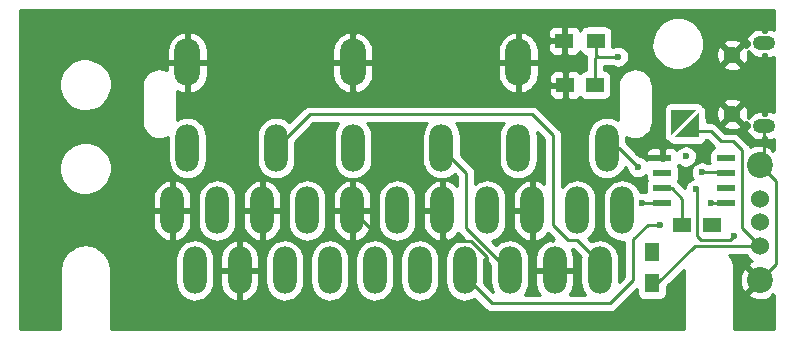
<source format=gbl>
G04 #@! TF.FileFunction,Copper,L2,Bot,Signal*
%FSLAX46Y46*%
G04 Gerber Fmt 4.6, Leading zero omitted, Abs format (unit mm)*
G04 Created by KiCad (PCBNEW 4.0.7) date 06/10/18 23:46:38*
%MOMM*%
%LPD*%
G01*
G04 APERTURE LIST*
%ADD10C,0.100000*%
%ADD11C,2.200000*%
%ADD12C,1.524000*%
%ADD13R,1.500000X1.250000*%
%ADD14C,1.450000*%
%ADD15O,1.900000X1.200000*%
%ADD16O,2.000000X4.000000*%
%ADD17R,1.300000X1.500000*%
%ADD18R,1.500000X1.300000*%
%ADD19O,2.200000X4.000000*%
%ADD20R,1.550000X0.600000*%
%ADD21C,0.600000*%
%ADD22C,0.250000*%
%ADD23C,0.254000*%
G04 APERTURE END LIST*
D10*
D11*
X182118000Y-127024000D03*
D12*
X182118000Y-122174000D03*
X182118000Y-120174000D03*
X182118000Y-124174000D03*
D11*
X182118000Y-117324000D03*
D13*
X175534000Y-122428000D03*
X178034000Y-122428000D03*
X165628000Y-110540800D03*
X168128000Y-110540800D03*
D14*
X179768000Y-112990000D03*
X179768000Y-107990000D03*
D15*
X182468000Y-113990000D03*
X182468000Y-106990000D03*
D16*
X153289000Y-126238000D03*
X149479000Y-126238000D03*
X145669000Y-126238000D03*
X151384000Y-121158000D03*
X147574000Y-121158000D03*
X143764000Y-121158000D03*
X141859000Y-126238000D03*
X139954000Y-121158000D03*
X138049000Y-126238000D03*
X136144000Y-121158000D03*
X134239000Y-126238000D03*
X132334000Y-121158000D03*
X170434000Y-121158000D03*
X168529000Y-126238000D03*
X166624000Y-121158000D03*
X164719000Y-126238000D03*
X162814000Y-121158000D03*
X160909000Y-126238000D03*
X159004000Y-121158000D03*
X157099000Y-126238000D03*
X155194000Y-121158000D03*
D10*
G36*
X174795039Y-114957330D02*
X176933330Y-112819039D01*
X176950301Y-114957330D01*
X176933330Y-114974301D01*
X174795039Y-114957330D01*
X174795039Y-114957330D01*
G37*
G36*
X176740961Y-112626670D02*
X174602670Y-114764961D01*
X174585699Y-112626670D01*
X174602670Y-112609699D01*
X176740961Y-112626670D01*
X176740961Y-112626670D01*
G37*
D17*
X172974000Y-124634000D03*
X172974000Y-127334000D03*
D18*
X165528000Y-106781600D03*
X168228000Y-106781600D03*
D19*
X133634000Y-108628000D03*
X147634000Y-108628000D03*
X161634000Y-108628000D03*
D16*
X133634000Y-115878000D03*
X141134000Y-115878000D03*
X169134000Y-115878000D03*
X161634000Y-115878000D03*
X155134000Y-115878000D03*
X147634000Y-115878000D03*
D20*
X173830000Y-120523000D03*
X173830000Y-119253000D03*
X173830000Y-117983000D03*
X173830000Y-116713000D03*
X179230000Y-116713000D03*
X179230000Y-117983000D03*
X179230000Y-119253000D03*
X179230000Y-120523000D03*
D21*
X175831500Y-116586000D03*
X178054000Y-122428000D03*
X155143200Y-126339600D03*
X158984000Y-126538000D03*
X177184000Y-117938000D03*
X170084000Y-108138000D03*
X173672500Y-122364500D03*
X177990500Y-120523000D03*
X175196500Y-113220500D03*
X172974000Y-124634000D03*
X172148500Y-120523000D03*
X179895500Y-123317000D03*
X176657000Y-119380000D03*
X171767500Y-117475000D03*
D22*
X175534000Y-122428000D02*
X175534000Y-120162000D01*
X174625000Y-119253000D02*
X173830000Y-119253000D01*
X175534000Y-120162000D02*
X174625000Y-119253000D01*
X178054000Y-122428000D02*
X178034000Y-122428000D01*
X147574000Y-121158000D02*
X150012400Y-123596400D01*
X155143200Y-124612400D02*
X155143200Y-126339600D01*
X154076400Y-123545600D02*
X155143200Y-124612400D01*
X153060400Y-123545600D02*
X154076400Y-123545600D01*
X153009600Y-123596400D02*
X153060400Y-123545600D01*
X152400000Y-123596400D02*
X153009600Y-123596400D01*
X151892000Y-124104400D02*
X152400000Y-123596400D01*
X150876000Y-124104400D02*
X151892000Y-124104400D01*
X150469600Y-123698000D02*
X150876000Y-124104400D01*
X150469600Y-123596400D02*
X150469600Y-123698000D01*
X150012400Y-123596400D02*
X150469600Y-123596400D01*
X182118000Y-117324000D02*
X183489600Y-118695600D01*
X183489600Y-125652400D02*
X182118000Y-127024000D01*
X183489600Y-118695600D02*
X183489600Y-125652400D01*
X182468000Y-113990000D02*
X182468000Y-116974000D01*
X182468000Y-116974000D02*
X182118000Y-117324000D01*
X155194000Y-121158000D02*
X155194000Y-123348000D01*
X158984000Y-125076398D02*
X158984000Y-126538000D01*
X157645602Y-123738000D02*
X158984000Y-125076398D01*
X155584000Y-123738000D02*
X157645602Y-123738000D01*
X155194000Y-123348000D02*
X155584000Y-123738000D01*
X168128000Y-110540800D02*
X168128000Y-108244000D01*
X168128000Y-108244000D02*
X168334000Y-108038000D01*
X168228000Y-106781600D02*
X168228000Y-107932000D01*
X170084000Y-108138000D02*
X168434000Y-108138000D01*
X177184000Y-117938000D02*
X179185000Y-117938000D01*
X168334000Y-108038000D02*
X168434000Y-108138000D01*
X168228000Y-107932000D02*
X168334000Y-108038000D01*
X179230000Y-117983000D02*
X179185000Y-117938000D01*
X179230000Y-118016000D02*
X179230000Y-117983000D01*
X157099000Y-126238000D02*
X157099000Y-126746000D01*
X157099000Y-126746000D02*
X159385000Y-129032000D01*
X159385000Y-129032000D02*
X169418000Y-129032000D01*
X169418000Y-129032000D02*
X171386500Y-127063500D01*
X171386500Y-127063500D02*
X171386500Y-123571000D01*
X171386500Y-123571000D02*
X172593000Y-122364500D01*
X172593000Y-122364500D02*
X173672500Y-122364500D01*
X177990500Y-120523000D02*
X179230000Y-120523000D01*
X168529000Y-126238000D02*
X168529000Y-125603000D01*
X168529000Y-125603000D02*
X166624000Y-123698000D01*
X166624000Y-123698000D02*
X165862000Y-123698000D01*
X165862000Y-123698000D02*
X164592000Y-122428000D01*
X164592000Y-122428000D02*
X164592000Y-114808000D01*
X164592000Y-114808000D02*
X162814000Y-113030000D01*
X162814000Y-113030000D02*
X143982000Y-113030000D01*
X143982000Y-113030000D02*
X141134000Y-115878000D01*
X160909000Y-126238000D02*
X160782000Y-126238000D01*
X160782000Y-126238000D02*
X157226000Y-122682000D01*
X157226000Y-122682000D02*
X157226000Y-117970000D01*
X157226000Y-117970000D02*
X155134000Y-115878000D01*
X176403000Y-114427000D02*
X177927000Y-114427000D01*
X180594000Y-122650000D02*
X182118000Y-124174000D01*
X180594000Y-116078000D02*
X180594000Y-122650000D01*
X179832000Y-115316000D02*
X180594000Y-116078000D01*
X178816000Y-115316000D02*
X179832000Y-115316000D01*
X177927000Y-114427000D02*
X178816000Y-115316000D01*
X172974000Y-127334000D02*
X173402000Y-127334000D01*
X173402000Y-127334000D02*
X176562000Y-124174000D01*
X176562000Y-124174000D02*
X182118000Y-124174000D01*
X175196500Y-113220500D02*
X175133000Y-113157000D01*
X172894000Y-124634000D02*
X172974000Y-124634000D01*
X172148500Y-120523000D02*
X173830000Y-120523000D01*
X169134000Y-115878000D02*
X170170500Y-115878000D01*
X179578000Y-123634500D02*
X179895500Y-123317000D01*
X177139002Y-123634500D02*
X179578000Y-123634500D01*
X176784000Y-123279498D02*
X177139002Y-123634500D01*
X176784000Y-119507000D02*
X176784000Y-123279498D01*
X176657000Y-119380000D02*
X176784000Y-119507000D01*
X170170500Y-115878000D02*
X171767500Y-117475000D01*
D23*
G36*
X183274000Y-105841452D02*
X183183496Y-105803507D01*
X182945000Y-105755000D01*
X182595000Y-105755000D01*
X182595000Y-106055000D01*
X182341000Y-106055000D01*
X182341000Y-105755000D01*
X181991000Y-105755000D01*
X181752504Y-105803507D01*
X181528054Y-105897610D01*
X181326275Y-106033693D01*
X181154922Y-106206526D01*
X181020579Y-106409467D01*
X180928409Y-106634718D01*
X180924538Y-106672391D01*
X181049269Y-106863000D01*
X181195685Y-106863000D01*
X181183023Y-106983473D01*
X181195174Y-107117000D01*
X181049269Y-107117000D01*
X180935497Y-107290862D01*
X180707133Y-107230472D01*
X179947605Y-107990000D01*
X180707133Y-108749528D01*
X180943450Y-108687035D01*
X181056850Y-108444322D01*
X181120719Y-108184151D01*
X181132604Y-107916518D01*
X181097385Y-107686558D01*
X181154922Y-107773474D01*
X181326275Y-107946307D01*
X181528054Y-108082390D01*
X181752504Y-108176493D01*
X181991000Y-108225000D01*
X182341000Y-108225000D01*
X182341000Y-107925000D01*
X182595000Y-107925000D01*
X182595000Y-108225000D01*
X182945000Y-108225000D01*
X183183496Y-108176493D01*
X183274000Y-108138548D01*
X183274000Y-112841452D01*
X183183496Y-112803507D01*
X182945000Y-112755000D01*
X182595000Y-112755000D01*
X182595000Y-113055000D01*
X182341000Y-113055000D01*
X182341000Y-112755000D01*
X181991000Y-112755000D01*
X181752504Y-112803507D01*
X181528054Y-112897610D01*
X181326275Y-113033693D01*
X181154922Y-113206526D01*
X181091829Y-113301836D01*
X181120719Y-113184151D01*
X181132604Y-112916518D01*
X181092048Y-112651709D01*
X181000609Y-112399900D01*
X180943450Y-112292965D01*
X180707133Y-112230472D01*
X179947605Y-112990000D01*
X180707133Y-113749528D01*
X180935497Y-113689138D01*
X181049269Y-113863000D01*
X181195685Y-113863000D01*
X181183023Y-113983473D01*
X181195174Y-114117000D01*
X181049269Y-114117000D01*
X180924538Y-114307609D01*
X180928409Y-114345282D01*
X181020579Y-114570533D01*
X181154922Y-114773474D01*
X181326275Y-114946307D01*
X181528054Y-115082390D01*
X181752504Y-115176493D01*
X181991000Y-115225000D01*
X182341000Y-115225000D01*
X182341000Y-114925000D01*
X182595000Y-114925000D01*
X182595000Y-115225000D01*
X182945000Y-115225000D01*
X183183496Y-115176493D01*
X183274000Y-115138548D01*
X183274000Y-116015336D01*
X183260528Y-116001864D01*
X183145106Y-116117286D01*
X183037274Y-115842662D01*
X182730616Y-115691784D01*
X182400415Y-115603631D01*
X182059361Y-115581591D01*
X181720561Y-115626511D01*
X181397034Y-115736664D01*
X181297157Y-115790049D01*
X181296655Y-115788387D01*
X181263710Y-115726426D01*
X181231390Y-115664075D01*
X181228897Y-115660952D01*
X181227020Y-115657422D01*
X181182645Y-115603013D01*
X181138852Y-115548154D01*
X181133369Y-115542594D01*
X181133274Y-115542478D01*
X181133166Y-115542389D01*
X181131401Y-115540599D01*
X180369401Y-114778599D01*
X180315145Y-114734032D01*
X180261375Y-114688914D01*
X180257874Y-114686989D01*
X180254785Y-114684452D01*
X180192933Y-114651287D01*
X180131396Y-114617457D01*
X180127584Y-114616248D01*
X180124065Y-114614361D01*
X180056969Y-114593848D01*
X179990013Y-114572608D01*
X179986041Y-114572162D01*
X179982219Y-114570994D01*
X179912351Y-114563897D01*
X179842611Y-114556074D01*
X179834806Y-114556020D01*
X179834653Y-114556004D01*
X179834510Y-114556018D01*
X179832000Y-114556000D01*
X179130802Y-114556000D01*
X178503935Y-113929133D01*
X179008472Y-113929133D01*
X179070965Y-114165450D01*
X179313678Y-114278850D01*
X179573849Y-114342719D01*
X179841482Y-114354604D01*
X180106291Y-114314048D01*
X180358100Y-114222609D01*
X180465035Y-114165450D01*
X180527528Y-113929133D01*
X179768000Y-113169605D01*
X179008472Y-113929133D01*
X178503935Y-113929133D01*
X178464401Y-113889599D01*
X178410145Y-113845032D01*
X178356375Y-113799914D01*
X178352874Y-113797989D01*
X178349785Y-113795452D01*
X178287933Y-113762287D01*
X178226396Y-113728457D01*
X178222584Y-113727248D01*
X178219065Y-113725361D01*
X178151969Y-113704848D01*
X178085013Y-113683608D01*
X178081041Y-113683162D01*
X178077219Y-113681994D01*
X178007351Y-113674897D01*
X177937611Y-113667074D01*
X177929806Y-113667020D01*
X177929653Y-113667004D01*
X177929510Y-113667018D01*
X177927000Y-113667000D01*
X177578152Y-113667000D01*
X177573363Y-113063482D01*
X178403396Y-113063482D01*
X178443952Y-113328291D01*
X178535391Y-113580100D01*
X178592550Y-113687035D01*
X178828867Y-113749528D01*
X179588395Y-112990000D01*
X178828867Y-112230472D01*
X178592550Y-112292965D01*
X178479150Y-112535678D01*
X178415281Y-112795849D01*
X178403396Y-113063482D01*
X177573363Y-113063482D01*
X177571382Y-112813975D01*
X177525911Y-112582430D01*
X177436532Y-112426708D01*
X177307309Y-112302052D01*
X177270953Y-112282889D01*
X177222400Y-112207919D01*
X177086678Y-112090372D01*
X177000864Y-112050867D01*
X179008472Y-112050867D01*
X179768000Y-112810395D01*
X180527528Y-112050867D01*
X180465035Y-111814550D01*
X180222322Y-111701150D01*
X179962151Y-111637281D01*
X179694518Y-111625396D01*
X179429709Y-111665952D01*
X179177900Y-111757391D01*
X179070965Y-111814550D01*
X179008472Y-112050867D01*
X177000864Y-112050867D01*
X176923582Y-112015290D01*
X176746025Y-111988618D01*
X174607734Y-111971647D01*
X174462963Y-111987109D01*
X174295045Y-112050680D01*
X174151485Y-112158514D01*
X174134514Y-112175485D01*
X174043981Y-112289509D01*
X173971497Y-112453777D01*
X173947647Y-112631734D01*
X173964618Y-114770025D01*
X174010089Y-115001570D01*
X174099468Y-115157292D01*
X174228691Y-115281948D01*
X174265047Y-115301111D01*
X174313600Y-115376081D01*
X174449322Y-115493628D01*
X174612418Y-115568710D01*
X174789975Y-115595382D01*
X176928266Y-115612353D01*
X177073037Y-115596891D01*
X177240955Y-115533320D01*
X177384515Y-115425486D01*
X177401486Y-115408515D01*
X177492019Y-115294491D01*
X177539450Y-115187000D01*
X177612198Y-115187000D01*
X178242639Y-115817441D01*
X178182366Y-115836106D01*
X178032441Y-115934900D01*
X177915975Y-116071550D01*
X177842190Y-116235237D01*
X177816928Y-116413000D01*
X177816928Y-117013000D01*
X177824992Y-117114121D01*
X177844774Y-117178000D01*
X177729378Y-117178000D01*
X177630860Y-117111549D01*
X177461825Y-117040493D01*
X177282207Y-117003623D01*
X177098849Y-117002343D01*
X176918733Y-117036701D01*
X176748722Y-117105390D01*
X176595291Y-117205793D01*
X176464283Y-117334086D01*
X176360689Y-117485381D01*
X176288454Y-117653916D01*
X176250331Y-117833272D01*
X176247771Y-118016617D01*
X176280872Y-118196968D01*
X176348372Y-118367454D01*
X176416964Y-118473888D01*
X176391733Y-118478701D01*
X176221722Y-118547390D01*
X176068291Y-118647793D01*
X175937283Y-118776086D01*
X175833689Y-118927381D01*
X175761454Y-119095916D01*
X175723331Y-119275272D01*
X175723314Y-119276512D01*
X175206444Y-118759642D01*
X175181894Y-118680366D01*
X175144440Y-118623528D01*
X175217810Y-118460763D01*
X175243072Y-118283000D01*
X175243072Y-117683000D01*
X175235008Y-117581879D01*
X175181894Y-117410366D01*
X175142819Y-117351067D01*
X175167730Y-117313785D01*
X175187759Y-117265430D01*
X175222576Y-117301484D01*
X175373144Y-117406131D01*
X175541171Y-117479540D01*
X175720257Y-117518915D01*
X175903579Y-117522755D01*
X176084157Y-117490914D01*
X176255110Y-117424606D01*
X176409929Y-117326355D01*
X176542715Y-117199904D01*
X176648411Y-117050070D01*
X176722992Y-116882560D01*
X176763616Y-116703754D01*
X176766540Y-116494319D01*
X176730925Y-116314448D01*
X176661050Y-116144920D01*
X176559579Y-115992193D01*
X176430375Y-115862084D01*
X176278360Y-115759549D01*
X176109325Y-115688493D01*
X175929707Y-115651623D01*
X175746349Y-115650343D01*
X175566233Y-115684701D01*
X175396222Y-115753390D01*
X175242791Y-115853793D01*
X175111783Y-115982086D01*
X175095660Y-116005634D01*
X175009789Y-115919763D01*
X174905785Y-115850270D01*
X174790223Y-115802403D01*
X174667542Y-115778000D01*
X174115750Y-115778000D01*
X173957000Y-115936750D01*
X173957000Y-116586000D01*
X173977000Y-116586000D01*
X173977000Y-116840000D01*
X173957000Y-116840000D01*
X173957000Y-116860000D01*
X173703000Y-116860000D01*
X173703000Y-116840000D01*
X172578750Y-116840000D01*
X172512336Y-116906414D01*
X172495579Y-116881193D01*
X172366375Y-116751084D01*
X172214360Y-116648549D01*
X172045325Y-116577493D01*
X171918829Y-116551527D01*
X171717760Y-116350458D01*
X172420000Y-116350458D01*
X172420000Y-116427250D01*
X172578750Y-116586000D01*
X173703000Y-116586000D01*
X173703000Y-115936750D01*
X173544250Y-115778000D01*
X172992458Y-115778000D01*
X172869777Y-115802403D01*
X172754215Y-115850270D01*
X172650211Y-115919763D01*
X172561763Y-116008211D01*
X172492270Y-116112215D01*
X172444403Y-116227777D01*
X172420000Y-116350458D01*
X171717760Y-116350458D01*
X170769000Y-115401698D01*
X170769000Y-114908926D01*
X170958539Y-115011410D01*
X171235399Y-115097112D01*
X171523633Y-115127407D01*
X171812261Y-115101140D01*
X172090291Y-115019311D01*
X172347131Y-114885038D01*
X172573000Y-114703435D01*
X172759294Y-114481419D01*
X172898916Y-114227447D01*
X172986549Y-113951192D01*
X173018855Y-113663177D01*
X173019000Y-113642443D01*
X173019000Y-110613557D01*
X172990718Y-110325119D01*
X172906951Y-110047667D01*
X172770888Y-109791771D01*
X172587713Y-109567175D01*
X172364401Y-109382436D01*
X172109461Y-109244590D01*
X171832601Y-109158888D01*
X171544367Y-109128593D01*
X171255739Y-109154860D01*
X170977709Y-109236689D01*
X170720869Y-109370962D01*
X170495000Y-109552565D01*
X170308706Y-109774581D01*
X170169084Y-110028553D01*
X170081451Y-110304808D01*
X170049145Y-110592823D01*
X170049000Y-110613557D01*
X170049000Y-113510370D01*
X170048280Y-113509774D01*
X169767588Y-113358004D01*
X169462762Y-113263644D01*
X169145414Y-113230290D01*
X168827632Y-113259210D01*
X168521518Y-113349304D01*
X168238734Y-113497140D01*
X167990050Y-113697087D01*
X167784939Y-113941529D01*
X167631214Y-114221155D01*
X167534729Y-114525314D01*
X167499159Y-114842422D01*
X167499000Y-114865250D01*
X167499000Y-116890750D01*
X167530138Y-117208323D01*
X167622367Y-117513800D01*
X167772174Y-117795545D01*
X167973852Y-118042827D01*
X168219720Y-118246226D01*
X168500412Y-118397996D01*
X168805238Y-118492356D01*
X169122586Y-118525710D01*
X169440368Y-118496790D01*
X169746482Y-118406696D01*
X170029266Y-118258860D01*
X170277950Y-118058913D01*
X170483061Y-117814471D01*
X170636786Y-117534845D01*
X170664663Y-117446965D01*
X170844749Y-117627051D01*
X170864372Y-117733968D01*
X170931872Y-117904454D01*
X171031201Y-118058583D01*
X171158576Y-118190484D01*
X171309144Y-118295131D01*
X171477171Y-118368540D01*
X171656257Y-118407915D01*
X171839579Y-118411755D01*
X172020157Y-118379914D01*
X172191110Y-118313606D01*
X172345929Y-118215355D01*
X172416928Y-118147743D01*
X172416928Y-118283000D01*
X172424992Y-118384121D01*
X172478106Y-118555634D01*
X172515560Y-118612472D01*
X172442190Y-118775237D01*
X172416928Y-118953000D01*
X172416928Y-119553000D01*
X172422649Y-119624738D01*
X172246707Y-119588623D01*
X172063349Y-119587343D01*
X171970640Y-119605028D01*
X171945633Y-119522200D01*
X171795826Y-119240455D01*
X171594148Y-118993173D01*
X171348280Y-118789774D01*
X171067588Y-118638004D01*
X170762762Y-118543644D01*
X170445414Y-118510290D01*
X170127632Y-118539210D01*
X169821518Y-118629304D01*
X169538734Y-118777140D01*
X169290050Y-118977087D01*
X169084939Y-119221529D01*
X168931214Y-119501155D01*
X168834729Y-119805314D01*
X168799159Y-120122422D01*
X168799000Y-120145250D01*
X168799000Y-122170750D01*
X168830138Y-122488323D01*
X168922367Y-122793800D01*
X169072174Y-123075545D01*
X169273852Y-123322827D01*
X169519720Y-123526226D01*
X169800412Y-123677996D01*
X170105238Y-123772356D01*
X170422586Y-123805710D01*
X170626500Y-123787153D01*
X170626500Y-126748698D01*
X170164000Y-127211198D01*
X170164000Y-125225250D01*
X170132862Y-124907677D01*
X170040633Y-124602200D01*
X169890826Y-124320455D01*
X169689148Y-124073173D01*
X169443280Y-123869774D01*
X169162588Y-123718004D01*
X168857762Y-123623644D01*
X168540414Y-123590290D01*
X168222632Y-123619210D01*
X167916518Y-123709304D01*
X167780969Y-123780167D01*
X167530572Y-123529770D01*
X167767950Y-123338913D01*
X167973061Y-123094471D01*
X168126786Y-122814845D01*
X168223271Y-122510686D01*
X168258841Y-122193578D01*
X168259000Y-122170750D01*
X168259000Y-120145250D01*
X168227862Y-119827677D01*
X168135633Y-119522200D01*
X167985826Y-119240455D01*
X167784148Y-118993173D01*
X167538280Y-118789774D01*
X167257588Y-118638004D01*
X166952762Y-118543644D01*
X166635414Y-118510290D01*
X166317632Y-118539210D01*
X166011518Y-118629304D01*
X165728734Y-118777140D01*
X165480050Y-118977087D01*
X165352000Y-119129691D01*
X165352000Y-114808000D01*
X165345148Y-114738119D01*
X165339031Y-114668197D01*
X165337916Y-114664359D01*
X165337526Y-114660382D01*
X165317246Y-114593212D01*
X165297650Y-114525761D01*
X165295809Y-114522210D01*
X165294655Y-114518387D01*
X165261710Y-114456426D01*
X165229390Y-114394075D01*
X165226897Y-114390952D01*
X165225020Y-114387422D01*
X165180645Y-114333013D01*
X165136852Y-114278154D01*
X165131369Y-114272594D01*
X165131274Y-114272478D01*
X165131166Y-114272389D01*
X165129401Y-114270599D01*
X163351401Y-112492599D01*
X163297145Y-112448032D01*
X163243375Y-112402914D01*
X163239874Y-112400989D01*
X163236785Y-112398452D01*
X163174933Y-112365287D01*
X163113396Y-112331457D01*
X163109584Y-112330248D01*
X163106065Y-112328361D01*
X163038969Y-112307848D01*
X162972013Y-112286608D01*
X162968041Y-112286162D01*
X162964219Y-112284994D01*
X162894351Y-112277897D01*
X162824611Y-112270074D01*
X162816806Y-112270020D01*
X162816653Y-112270004D01*
X162816510Y-112270018D01*
X162814000Y-112270000D01*
X143982000Y-112270000D01*
X143912123Y-112276851D01*
X143842197Y-112282969D01*
X143838359Y-112284084D01*
X143834382Y-112284474D01*
X143767179Y-112304764D01*
X143699760Y-112324351D01*
X143696212Y-112326190D01*
X143692387Y-112327345D01*
X143630390Y-112360309D01*
X143568074Y-112392611D01*
X143564953Y-112395103D01*
X143561422Y-112396980D01*
X143507007Y-112441359D01*
X143452154Y-112485148D01*
X143446594Y-112490631D01*
X143446478Y-112490726D01*
X143446389Y-112490834D01*
X143444599Y-112492599D01*
X142255772Y-113681426D01*
X142048280Y-113509774D01*
X141767588Y-113358004D01*
X141462762Y-113263644D01*
X141145414Y-113230290D01*
X140827632Y-113259210D01*
X140521518Y-113349304D01*
X140238734Y-113497140D01*
X139990050Y-113697087D01*
X139784939Y-113941529D01*
X139631214Y-114221155D01*
X139534729Y-114525314D01*
X139499159Y-114842422D01*
X139499000Y-114865250D01*
X139499000Y-116890750D01*
X139530138Y-117208323D01*
X139622367Y-117513800D01*
X139772174Y-117795545D01*
X139973852Y-118042827D01*
X140219720Y-118246226D01*
X140500412Y-118397996D01*
X140805238Y-118492356D01*
X141122586Y-118525710D01*
X141440368Y-118496790D01*
X141746482Y-118406696D01*
X142029266Y-118258860D01*
X142277950Y-118058913D01*
X142483061Y-117814471D01*
X142636786Y-117534845D01*
X142733271Y-117230686D01*
X142768841Y-116913578D01*
X142769000Y-116890750D01*
X142769000Y-115317802D01*
X144296802Y-113790000D01*
X146412087Y-113790000D01*
X146284939Y-113941529D01*
X146131214Y-114221155D01*
X146034729Y-114525314D01*
X145999159Y-114842422D01*
X145999000Y-114865250D01*
X145999000Y-116890750D01*
X146030138Y-117208323D01*
X146122367Y-117513800D01*
X146272174Y-117795545D01*
X146473852Y-118042827D01*
X146719720Y-118246226D01*
X147000412Y-118397996D01*
X147305238Y-118492356D01*
X147622586Y-118525710D01*
X147940368Y-118496790D01*
X148246482Y-118406696D01*
X148529266Y-118258860D01*
X148777950Y-118058913D01*
X148983061Y-117814471D01*
X149136786Y-117534845D01*
X149233271Y-117230686D01*
X149268841Y-116913578D01*
X149269000Y-116890750D01*
X149269000Y-114865250D01*
X149237862Y-114547677D01*
X149145633Y-114242200D01*
X148995826Y-113960455D01*
X148856806Y-113790000D01*
X153912087Y-113790000D01*
X153784939Y-113941529D01*
X153631214Y-114221155D01*
X153534729Y-114525314D01*
X153499159Y-114842422D01*
X153499000Y-114865250D01*
X153499000Y-116890750D01*
X153530138Y-117208323D01*
X153622367Y-117513800D01*
X153772174Y-117795545D01*
X153973852Y-118042827D01*
X154219720Y-118246226D01*
X154500412Y-118397996D01*
X154805238Y-118492356D01*
X155122586Y-118525710D01*
X155440368Y-118496790D01*
X155746482Y-118406696D01*
X156029266Y-118258860D01*
X156256975Y-118075777D01*
X156466000Y-118284802D01*
X156466000Y-119126438D01*
X156260317Y-118912078D01*
X155996761Y-118727990D01*
X155702355Y-118598856D01*
X155574434Y-118567876D01*
X155321000Y-118687223D01*
X155321000Y-121031000D01*
X155341000Y-121031000D01*
X155341000Y-121285000D01*
X155321000Y-121285000D01*
X155321000Y-123628777D01*
X155574434Y-123748124D01*
X155702355Y-123717144D01*
X155996761Y-123588010D01*
X156260317Y-123403922D01*
X156482895Y-123171954D01*
X156563005Y-123046528D01*
X156588610Y-123095925D01*
X156591103Y-123099048D01*
X156592980Y-123102578D01*
X156637355Y-123156987D01*
X156681148Y-123211846D01*
X156686631Y-123217406D01*
X156686726Y-123217522D01*
X156686834Y-123217611D01*
X156688599Y-123219401D01*
X157063736Y-123594538D01*
X156792632Y-123619210D01*
X156486518Y-123709304D01*
X156203734Y-123857140D01*
X155955050Y-124057087D01*
X155749939Y-124301529D01*
X155596214Y-124581155D01*
X155499729Y-124885314D01*
X155464159Y-125202422D01*
X155464000Y-125225250D01*
X155464000Y-127250750D01*
X155495138Y-127568323D01*
X155587367Y-127873800D01*
X155737174Y-128155545D01*
X155938852Y-128402827D01*
X156184720Y-128606226D01*
X156465412Y-128757996D01*
X156770238Y-128852356D01*
X157087586Y-128885710D01*
X157405368Y-128856790D01*
X157711482Y-128766696D01*
X157930430Y-128652232D01*
X158847599Y-129569401D01*
X158901855Y-129613968D01*
X158955625Y-129659086D01*
X158959126Y-129661011D01*
X158962215Y-129663548D01*
X159024067Y-129696713D01*
X159085604Y-129730543D01*
X159089416Y-129731752D01*
X159092935Y-129733639D01*
X159160031Y-129754152D01*
X159226987Y-129775392D01*
X159230959Y-129775838D01*
X159234781Y-129777006D01*
X159304605Y-129784098D01*
X159374389Y-129791926D01*
X159382204Y-129791981D01*
X159382347Y-129791995D01*
X159382480Y-129791982D01*
X159385000Y-129792000D01*
X169418000Y-129792000D01*
X169487877Y-129785149D01*
X169557803Y-129779031D01*
X169561641Y-129777916D01*
X169565618Y-129777526D01*
X169632821Y-129757236D01*
X169700240Y-129737649D01*
X169703788Y-129735810D01*
X169707613Y-129734655D01*
X169769591Y-129701701D01*
X169831925Y-129669390D01*
X169835048Y-129666897D01*
X169838578Y-129665020D01*
X169892987Y-129620645D01*
X169947846Y-129576852D01*
X169953406Y-129571369D01*
X169953522Y-129571274D01*
X169953611Y-129571166D01*
X169955401Y-129569401D01*
X171685928Y-127838874D01*
X171685928Y-128084000D01*
X171693992Y-128185121D01*
X171747106Y-128356634D01*
X171845900Y-128506559D01*
X171982550Y-128623025D01*
X172146237Y-128696810D01*
X172324000Y-128722072D01*
X173624000Y-128722072D01*
X173725121Y-128714008D01*
X173896634Y-128660894D01*
X174046559Y-128562100D01*
X174163025Y-128425450D01*
X174236810Y-128261763D01*
X174262072Y-128084000D01*
X174262072Y-127548730D01*
X175649014Y-126161788D01*
X175649000Y-126163759D01*
X175649000Y-126166568D01*
X175646194Y-126367517D01*
X175649000Y-126382806D01*
X175649000Y-131228000D01*
X127119000Y-131228000D01*
X127119000Y-126163759D01*
X127116817Y-126141496D01*
X127119091Y-125978652D01*
X127082956Y-125796158D01*
X127078339Y-125749069D01*
X127064664Y-125703774D01*
X127037766Y-125567931D01*
X126984997Y-125439903D01*
X126957906Y-125350174D01*
X126913902Y-125267414D01*
X126896524Y-125225250D01*
X132604000Y-125225250D01*
X132604000Y-127250750D01*
X132635138Y-127568323D01*
X132727367Y-127873800D01*
X132877174Y-128155545D01*
X133078852Y-128402827D01*
X133324720Y-128606226D01*
X133605412Y-128757996D01*
X133910238Y-128852356D01*
X134227586Y-128885710D01*
X134545368Y-128856790D01*
X134851482Y-128766696D01*
X135134266Y-128618860D01*
X135382950Y-128418913D01*
X135588061Y-128174471D01*
X135741786Y-127894845D01*
X135838271Y-127590686D01*
X135873841Y-127273578D01*
X135874000Y-127250750D01*
X135874000Y-126365000D01*
X136414000Y-126365000D01*
X136414000Y-127365000D01*
X136470193Y-127681532D01*
X136587058Y-127981020D01*
X136760105Y-128251954D01*
X136982683Y-128483922D01*
X137246239Y-128668010D01*
X137540645Y-128797144D01*
X137668566Y-128828124D01*
X137922000Y-128708777D01*
X137922000Y-126365000D01*
X138176000Y-126365000D01*
X138176000Y-128708777D01*
X138429434Y-128828124D01*
X138557355Y-128797144D01*
X138851761Y-128668010D01*
X139115317Y-128483922D01*
X139337895Y-128251954D01*
X139510942Y-127981020D01*
X139627807Y-127681532D01*
X139684000Y-127365000D01*
X139684000Y-126365000D01*
X138176000Y-126365000D01*
X137922000Y-126365000D01*
X136414000Y-126365000D01*
X135874000Y-126365000D01*
X135874000Y-125225250D01*
X135862798Y-125111000D01*
X136414000Y-125111000D01*
X136414000Y-126111000D01*
X137922000Y-126111000D01*
X137922000Y-123767223D01*
X138176000Y-123767223D01*
X138176000Y-126111000D01*
X139684000Y-126111000D01*
X139684000Y-125225250D01*
X140224000Y-125225250D01*
X140224000Y-127250750D01*
X140255138Y-127568323D01*
X140347367Y-127873800D01*
X140497174Y-128155545D01*
X140698852Y-128402827D01*
X140944720Y-128606226D01*
X141225412Y-128757996D01*
X141530238Y-128852356D01*
X141847586Y-128885710D01*
X142165368Y-128856790D01*
X142471482Y-128766696D01*
X142754266Y-128618860D01*
X143002950Y-128418913D01*
X143208061Y-128174471D01*
X143361786Y-127894845D01*
X143458271Y-127590686D01*
X143493841Y-127273578D01*
X143494000Y-127250750D01*
X143494000Y-125225250D01*
X144034000Y-125225250D01*
X144034000Y-127250750D01*
X144065138Y-127568323D01*
X144157367Y-127873800D01*
X144307174Y-128155545D01*
X144508852Y-128402827D01*
X144754720Y-128606226D01*
X145035412Y-128757996D01*
X145340238Y-128852356D01*
X145657586Y-128885710D01*
X145975368Y-128856790D01*
X146281482Y-128766696D01*
X146564266Y-128618860D01*
X146812950Y-128418913D01*
X147018061Y-128174471D01*
X147171786Y-127894845D01*
X147268271Y-127590686D01*
X147303841Y-127273578D01*
X147304000Y-127250750D01*
X147304000Y-125225250D01*
X147844000Y-125225250D01*
X147844000Y-127250750D01*
X147875138Y-127568323D01*
X147967367Y-127873800D01*
X148117174Y-128155545D01*
X148318852Y-128402827D01*
X148564720Y-128606226D01*
X148845412Y-128757996D01*
X149150238Y-128852356D01*
X149467586Y-128885710D01*
X149785368Y-128856790D01*
X150091482Y-128766696D01*
X150374266Y-128618860D01*
X150622950Y-128418913D01*
X150828061Y-128174471D01*
X150981786Y-127894845D01*
X151078271Y-127590686D01*
X151113841Y-127273578D01*
X151114000Y-127250750D01*
X151114000Y-125225250D01*
X151654000Y-125225250D01*
X151654000Y-127250750D01*
X151685138Y-127568323D01*
X151777367Y-127873800D01*
X151927174Y-128155545D01*
X152128852Y-128402827D01*
X152374720Y-128606226D01*
X152655412Y-128757996D01*
X152960238Y-128852356D01*
X153277586Y-128885710D01*
X153595368Y-128856790D01*
X153901482Y-128766696D01*
X154184266Y-128618860D01*
X154432950Y-128418913D01*
X154638061Y-128174471D01*
X154791786Y-127894845D01*
X154888271Y-127590686D01*
X154923841Y-127273578D01*
X154924000Y-127250750D01*
X154924000Y-125225250D01*
X154892862Y-124907677D01*
X154800633Y-124602200D01*
X154650826Y-124320455D01*
X154449148Y-124073173D01*
X154203280Y-123869774D01*
X153922588Y-123718004D01*
X153617762Y-123623644D01*
X153300414Y-123590290D01*
X152982632Y-123619210D01*
X152676518Y-123709304D01*
X152393734Y-123857140D01*
X152145050Y-124057087D01*
X151939939Y-124301529D01*
X151786214Y-124581155D01*
X151689729Y-124885314D01*
X151654159Y-125202422D01*
X151654000Y-125225250D01*
X151114000Y-125225250D01*
X151082862Y-124907677D01*
X150990633Y-124602200D01*
X150840826Y-124320455D01*
X150639148Y-124073173D01*
X150393280Y-123869774D01*
X150112588Y-123718004D01*
X149807762Y-123623644D01*
X149490414Y-123590290D01*
X149172632Y-123619210D01*
X148866518Y-123709304D01*
X148583734Y-123857140D01*
X148335050Y-124057087D01*
X148129939Y-124301529D01*
X147976214Y-124581155D01*
X147879729Y-124885314D01*
X147844159Y-125202422D01*
X147844000Y-125225250D01*
X147304000Y-125225250D01*
X147272862Y-124907677D01*
X147180633Y-124602200D01*
X147030826Y-124320455D01*
X146829148Y-124073173D01*
X146583280Y-123869774D01*
X146302588Y-123718004D01*
X145997762Y-123623644D01*
X145680414Y-123590290D01*
X145362632Y-123619210D01*
X145056518Y-123709304D01*
X144773734Y-123857140D01*
X144525050Y-124057087D01*
X144319939Y-124301529D01*
X144166214Y-124581155D01*
X144069729Y-124885314D01*
X144034159Y-125202422D01*
X144034000Y-125225250D01*
X143494000Y-125225250D01*
X143462862Y-124907677D01*
X143370633Y-124602200D01*
X143220826Y-124320455D01*
X143019148Y-124073173D01*
X142773280Y-123869774D01*
X142492588Y-123718004D01*
X142187762Y-123623644D01*
X141870414Y-123590290D01*
X141552632Y-123619210D01*
X141246518Y-123709304D01*
X140963734Y-123857140D01*
X140715050Y-124057087D01*
X140509939Y-124301529D01*
X140356214Y-124581155D01*
X140259729Y-124885314D01*
X140224159Y-125202422D01*
X140224000Y-125225250D01*
X139684000Y-125225250D01*
X139684000Y-125111000D01*
X139627807Y-124794468D01*
X139510942Y-124494980D01*
X139337895Y-124224046D01*
X139115317Y-123992078D01*
X138851761Y-123807990D01*
X138557355Y-123678856D01*
X138429434Y-123647876D01*
X138176000Y-123767223D01*
X137922000Y-123767223D01*
X137668566Y-123647876D01*
X137540645Y-123678856D01*
X137246239Y-123807990D01*
X136982683Y-123992078D01*
X136760105Y-124224046D01*
X136587058Y-124494980D01*
X136470193Y-124794468D01*
X136414000Y-125111000D01*
X135862798Y-125111000D01*
X135842862Y-124907677D01*
X135750633Y-124602200D01*
X135600826Y-124320455D01*
X135399148Y-124073173D01*
X135153280Y-123869774D01*
X134872588Y-123718004D01*
X134567762Y-123623644D01*
X134250414Y-123590290D01*
X133932632Y-123619210D01*
X133626518Y-123709304D01*
X133343734Y-123857140D01*
X133095050Y-124057087D01*
X132889939Y-124301529D01*
X132736214Y-124581155D01*
X132639729Y-124885314D01*
X132604159Y-125202422D01*
X132604000Y-125225250D01*
X126896524Y-125225250D01*
X126878214Y-125180829D01*
X126826388Y-125102824D01*
X126762287Y-124982268D01*
X126675991Y-124876459D01*
X126646512Y-124832089D01*
X126608976Y-124794290D01*
X126498934Y-124659365D01*
X126364781Y-124548384D01*
X126351485Y-124534995D01*
X126335841Y-124524443D01*
X126177877Y-124393764D01*
X125811346Y-124195581D01*
X125413301Y-124072366D01*
X124998905Y-124028811D01*
X124583941Y-124066576D01*
X124184215Y-124184221D01*
X123814953Y-124377267D01*
X123653686Y-124506929D01*
X123639728Y-124516063D01*
X123627810Y-124527734D01*
X123490219Y-124638360D01*
X123376737Y-124773603D01*
X123340582Y-124809008D01*
X123311993Y-124850761D01*
X123222383Y-124957554D01*
X123155222Y-125079720D01*
X123104033Y-125154479D01*
X123068340Y-125237757D01*
X123021646Y-125322693D01*
X122992339Y-125415079D01*
X122939091Y-125539317D01*
X122910988Y-125671533D01*
X122895655Y-125719868D01*
X122890002Y-125770262D01*
X122852040Y-125948862D01*
X122849491Y-126131430D01*
X122849208Y-126133950D01*
X122849000Y-126163759D01*
X122849000Y-126166568D01*
X122846194Y-126367517D01*
X122849000Y-126382806D01*
X122849000Y-131228000D01*
X119494000Y-131228000D01*
X119494000Y-121285000D01*
X130699000Y-121285000D01*
X130699000Y-122285000D01*
X130755193Y-122601532D01*
X130872058Y-122901020D01*
X131045105Y-123171954D01*
X131267683Y-123403922D01*
X131531239Y-123588010D01*
X131825645Y-123717144D01*
X131953566Y-123748124D01*
X132207000Y-123628777D01*
X132207000Y-121285000D01*
X132461000Y-121285000D01*
X132461000Y-123628777D01*
X132714434Y-123748124D01*
X132842355Y-123717144D01*
X133136761Y-123588010D01*
X133400317Y-123403922D01*
X133622895Y-123171954D01*
X133795942Y-122901020D01*
X133912807Y-122601532D01*
X133969000Y-122285000D01*
X133969000Y-121285000D01*
X132461000Y-121285000D01*
X132207000Y-121285000D01*
X130699000Y-121285000D01*
X119494000Y-121285000D01*
X119494000Y-120031000D01*
X130699000Y-120031000D01*
X130699000Y-121031000D01*
X132207000Y-121031000D01*
X132207000Y-118687223D01*
X132461000Y-118687223D01*
X132461000Y-121031000D01*
X133969000Y-121031000D01*
X133969000Y-120145250D01*
X134509000Y-120145250D01*
X134509000Y-122170750D01*
X134540138Y-122488323D01*
X134632367Y-122793800D01*
X134782174Y-123075545D01*
X134983852Y-123322827D01*
X135229720Y-123526226D01*
X135510412Y-123677996D01*
X135815238Y-123772356D01*
X136132586Y-123805710D01*
X136450368Y-123776790D01*
X136756482Y-123686696D01*
X137039266Y-123538860D01*
X137287950Y-123338913D01*
X137493061Y-123094471D01*
X137646786Y-122814845D01*
X137743271Y-122510686D01*
X137778841Y-122193578D01*
X137779000Y-122170750D01*
X137779000Y-121285000D01*
X138319000Y-121285000D01*
X138319000Y-122285000D01*
X138375193Y-122601532D01*
X138492058Y-122901020D01*
X138665105Y-123171954D01*
X138887683Y-123403922D01*
X139151239Y-123588010D01*
X139445645Y-123717144D01*
X139573566Y-123748124D01*
X139827000Y-123628777D01*
X139827000Y-121285000D01*
X140081000Y-121285000D01*
X140081000Y-123628777D01*
X140334434Y-123748124D01*
X140462355Y-123717144D01*
X140756761Y-123588010D01*
X141020317Y-123403922D01*
X141242895Y-123171954D01*
X141415942Y-122901020D01*
X141532807Y-122601532D01*
X141589000Y-122285000D01*
X141589000Y-121285000D01*
X140081000Y-121285000D01*
X139827000Y-121285000D01*
X138319000Y-121285000D01*
X137779000Y-121285000D01*
X137779000Y-120145250D01*
X137767798Y-120031000D01*
X138319000Y-120031000D01*
X138319000Y-121031000D01*
X139827000Y-121031000D01*
X139827000Y-118687223D01*
X140081000Y-118687223D01*
X140081000Y-121031000D01*
X141589000Y-121031000D01*
X141589000Y-120145250D01*
X142129000Y-120145250D01*
X142129000Y-122170750D01*
X142160138Y-122488323D01*
X142252367Y-122793800D01*
X142402174Y-123075545D01*
X142603852Y-123322827D01*
X142849720Y-123526226D01*
X143130412Y-123677996D01*
X143435238Y-123772356D01*
X143752586Y-123805710D01*
X144070368Y-123776790D01*
X144376482Y-123686696D01*
X144659266Y-123538860D01*
X144907950Y-123338913D01*
X145113061Y-123094471D01*
X145266786Y-122814845D01*
X145363271Y-122510686D01*
X145398841Y-122193578D01*
X145399000Y-122170750D01*
X145399000Y-121285000D01*
X145939000Y-121285000D01*
X145939000Y-122285000D01*
X145995193Y-122601532D01*
X146112058Y-122901020D01*
X146285105Y-123171954D01*
X146507683Y-123403922D01*
X146771239Y-123588010D01*
X147065645Y-123717144D01*
X147193566Y-123748124D01*
X147447000Y-123628777D01*
X147447000Y-121285000D01*
X147701000Y-121285000D01*
X147701000Y-123628777D01*
X147954434Y-123748124D01*
X148082355Y-123717144D01*
X148376761Y-123588010D01*
X148640317Y-123403922D01*
X148862895Y-123171954D01*
X149035942Y-122901020D01*
X149152807Y-122601532D01*
X149209000Y-122285000D01*
X149209000Y-121285000D01*
X147701000Y-121285000D01*
X147447000Y-121285000D01*
X145939000Y-121285000D01*
X145399000Y-121285000D01*
X145399000Y-120145250D01*
X145387798Y-120031000D01*
X145939000Y-120031000D01*
X145939000Y-121031000D01*
X147447000Y-121031000D01*
X147447000Y-118687223D01*
X147701000Y-118687223D01*
X147701000Y-121031000D01*
X149209000Y-121031000D01*
X149209000Y-120145250D01*
X149749000Y-120145250D01*
X149749000Y-122170750D01*
X149780138Y-122488323D01*
X149872367Y-122793800D01*
X150022174Y-123075545D01*
X150223852Y-123322827D01*
X150469720Y-123526226D01*
X150750412Y-123677996D01*
X151055238Y-123772356D01*
X151372586Y-123805710D01*
X151690368Y-123776790D01*
X151996482Y-123686696D01*
X152279266Y-123538860D01*
X152527950Y-123338913D01*
X152733061Y-123094471D01*
X152886786Y-122814845D01*
X152983271Y-122510686D01*
X153018841Y-122193578D01*
X153019000Y-122170750D01*
X153019000Y-121285000D01*
X153559000Y-121285000D01*
X153559000Y-122285000D01*
X153615193Y-122601532D01*
X153732058Y-122901020D01*
X153905105Y-123171954D01*
X154127683Y-123403922D01*
X154391239Y-123588010D01*
X154685645Y-123717144D01*
X154813566Y-123748124D01*
X155067000Y-123628777D01*
X155067000Y-121285000D01*
X153559000Y-121285000D01*
X153019000Y-121285000D01*
X153019000Y-120145250D01*
X153007798Y-120031000D01*
X153559000Y-120031000D01*
X153559000Y-121031000D01*
X155067000Y-121031000D01*
X155067000Y-118687223D01*
X154813566Y-118567876D01*
X154685645Y-118598856D01*
X154391239Y-118727990D01*
X154127683Y-118912078D01*
X153905105Y-119144046D01*
X153732058Y-119414980D01*
X153615193Y-119714468D01*
X153559000Y-120031000D01*
X153007798Y-120031000D01*
X152987862Y-119827677D01*
X152895633Y-119522200D01*
X152745826Y-119240455D01*
X152544148Y-118993173D01*
X152298280Y-118789774D01*
X152017588Y-118638004D01*
X151712762Y-118543644D01*
X151395414Y-118510290D01*
X151077632Y-118539210D01*
X150771518Y-118629304D01*
X150488734Y-118777140D01*
X150240050Y-118977087D01*
X150034939Y-119221529D01*
X149881214Y-119501155D01*
X149784729Y-119805314D01*
X149749159Y-120122422D01*
X149749000Y-120145250D01*
X149209000Y-120145250D01*
X149209000Y-120031000D01*
X149152807Y-119714468D01*
X149035942Y-119414980D01*
X148862895Y-119144046D01*
X148640317Y-118912078D01*
X148376761Y-118727990D01*
X148082355Y-118598856D01*
X147954434Y-118567876D01*
X147701000Y-118687223D01*
X147447000Y-118687223D01*
X147193566Y-118567876D01*
X147065645Y-118598856D01*
X146771239Y-118727990D01*
X146507683Y-118912078D01*
X146285105Y-119144046D01*
X146112058Y-119414980D01*
X145995193Y-119714468D01*
X145939000Y-120031000D01*
X145387798Y-120031000D01*
X145367862Y-119827677D01*
X145275633Y-119522200D01*
X145125826Y-119240455D01*
X144924148Y-118993173D01*
X144678280Y-118789774D01*
X144397588Y-118638004D01*
X144092762Y-118543644D01*
X143775414Y-118510290D01*
X143457632Y-118539210D01*
X143151518Y-118629304D01*
X142868734Y-118777140D01*
X142620050Y-118977087D01*
X142414939Y-119221529D01*
X142261214Y-119501155D01*
X142164729Y-119805314D01*
X142129159Y-120122422D01*
X142129000Y-120145250D01*
X141589000Y-120145250D01*
X141589000Y-120031000D01*
X141532807Y-119714468D01*
X141415942Y-119414980D01*
X141242895Y-119144046D01*
X141020317Y-118912078D01*
X140756761Y-118727990D01*
X140462355Y-118598856D01*
X140334434Y-118567876D01*
X140081000Y-118687223D01*
X139827000Y-118687223D01*
X139573566Y-118567876D01*
X139445645Y-118598856D01*
X139151239Y-118727990D01*
X138887683Y-118912078D01*
X138665105Y-119144046D01*
X138492058Y-119414980D01*
X138375193Y-119714468D01*
X138319000Y-120031000D01*
X137767798Y-120031000D01*
X137747862Y-119827677D01*
X137655633Y-119522200D01*
X137505826Y-119240455D01*
X137304148Y-118993173D01*
X137058280Y-118789774D01*
X136777588Y-118638004D01*
X136472762Y-118543644D01*
X136155414Y-118510290D01*
X135837632Y-118539210D01*
X135531518Y-118629304D01*
X135248734Y-118777140D01*
X135000050Y-118977087D01*
X134794939Y-119221529D01*
X134641214Y-119501155D01*
X134544729Y-119805314D01*
X134509159Y-120122422D01*
X134509000Y-120145250D01*
X133969000Y-120145250D01*
X133969000Y-120031000D01*
X133912807Y-119714468D01*
X133795942Y-119414980D01*
X133622895Y-119144046D01*
X133400317Y-118912078D01*
X133136761Y-118727990D01*
X132842355Y-118598856D01*
X132714434Y-118567876D01*
X132461000Y-118687223D01*
X132207000Y-118687223D01*
X131953566Y-118567876D01*
X131825645Y-118598856D01*
X131531239Y-118727990D01*
X131267683Y-118912078D01*
X131045105Y-119144046D01*
X130872058Y-119414980D01*
X130755193Y-119714468D01*
X130699000Y-120031000D01*
X119494000Y-120031000D01*
X119494000Y-117792592D01*
X122746062Y-117792592D01*
X122825185Y-118223697D01*
X122986536Y-118631224D01*
X123223970Y-118999649D01*
X123528443Y-119314940D01*
X123888358Y-119565088D01*
X124290005Y-119740563D01*
X124718087Y-119834683D01*
X125156297Y-119843862D01*
X125587944Y-119767751D01*
X125996587Y-119609249D01*
X126366661Y-119374393D01*
X126684070Y-119072128D01*
X126936724Y-118713969D01*
X127114999Y-118313556D01*
X127212105Y-117886142D01*
X127219096Y-117385514D01*
X127133962Y-116955555D01*
X126966936Y-116550321D01*
X126724381Y-116185247D01*
X126415536Y-115874238D01*
X126052164Y-115629140D01*
X125648105Y-115459289D01*
X125218751Y-115371156D01*
X124780456Y-115368096D01*
X124349914Y-115450226D01*
X123943523Y-115614419D01*
X123576764Y-115854419D01*
X123263607Y-116161086D01*
X123015978Y-116522738D01*
X122843311Y-116925600D01*
X122752182Y-117354329D01*
X122746062Y-117792592D01*
X119494000Y-117792592D01*
X119494000Y-110709258D01*
X122746062Y-110709258D01*
X122825185Y-111140363D01*
X122986536Y-111547890D01*
X123223970Y-111916315D01*
X123528443Y-112231606D01*
X123888358Y-112481754D01*
X124290005Y-112657229D01*
X124718087Y-112751349D01*
X125156297Y-112760528D01*
X125587944Y-112684417D01*
X125996587Y-112525915D01*
X126366661Y-112291059D01*
X126684070Y-111988794D01*
X126936724Y-111630635D01*
X127114999Y-111230222D01*
X127212105Y-110802808D01*
X127214747Y-110613557D01*
X129749000Y-110613557D01*
X129749000Y-113642443D01*
X129777282Y-113930881D01*
X129861049Y-114208333D01*
X129997112Y-114464229D01*
X130180287Y-114688825D01*
X130403599Y-114873564D01*
X130658539Y-115011410D01*
X130935399Y-115097112D01*
X131223633Y-115127407D01*
X131512261Y-115101140D01*
X131790291Y-115019311D01*
X131999000Y-114910200D01*
X131999000Y-116890750D01*
X132030138Y-117208323D01*
X132122367Y-117513800D01*
X132272174Y-117795545D01*
X132473852Y-118042827D01*
X132719720Y-118246226D01*
X133000412Y-118397996D01*
X133305238Y-118492356D01*
X133622586Y-118525710D01*
X133940368Y-118496790D01*
X134246482Y-118406696D01*
X134529266Y-118258860D01*
X134777950Y-118058913D01*
X134983061Y-117814471D01*
X135136786Y-117534845D01*
X135233271Y-117230686D01*
X135268841Y-116913578D01*
X135269000Y-116890750D01*
X135269000Y-114865250D01*
X135237862Y-114547677D01*
X135145633Y-114242200D01*
X134995826Y-113960455D01*
X134794148Y-113713173D01*
X134548280Y-113509774D01*
X134267588Y-113358004D01*
X133962762Y-113263644D01*
X133645414Y-113230290D01*
X133327632Y-113259210D01*
X133021518Y-113349304D01*
X132738734Y-113497140D01*
X132719000Y-113513007D01*
X132719000Y-111001189D01*
X132775683Y-111041157D01*
X133087378Y-111179531D01*
X133237878Y-111217175D01*
X133507000Y-111099125D01*
X133507000Y-108755000D01*
X133761000Y-108755000D01*
X133761000Y-111099125D01*
X134030122Y-111217175D01*
X134180622Y-111179531D01*
X134492317Y-111041157D01*
X134771027Y-110844633D01*
X135006042Y-110597511D01*
X135188330Y-110309288D01*
X135310886Y-109991041D01*
X135369000Y-109655000D01*
X135369000Y-108755000D01*
X145899000Y-108755000D01*
X145899000Y-109655000D01*
X145957114Y-109991041D01*
X146079670Y-110309288D01*
X146261958Y-110597511D01*
X146496973Y-110844633D01*
X146775683Y-111041157D01*
X147087378Y-111179531D01*
X147237878Y-111217175D01*
X147507000Y-111099125D01*
X147507000Y-108755000D01*
X147761000Y-108755000D01*
X147761000Y-111099125D01*
X148030122Y-111217175D01*
X148180622Y-111179531D01*
X148492317Y-111041157D01*
X148771027Y-110844633D01*
X149006042Y-110597511D01*
X149188330Y-110309288D01*
X149310886Y-109991041D01*
X149369000Y-109655000D01*
X149369000Y-108755000D01*
X159899000Y-108755000D01*
X159899000Y-109655000D01*
X159957114Y-109991041D01*
X160079670Y-110309288D01*
X160261958Y-110597511D01*
X160496973Y-110844633D01*
X160775683Y-111041157D01*
X161087378Y-111179531D01*
X161237878Y-111217175D01*
X161507000Y-111099125D01*
X161507000Y-108755000D01*
X161761000Y-108755000D01*
X161761000Y-111099125D01*
X162030122Y-111217175D01*
X162180622Y-111179531D01*
X162492317Y-111041157D01*
X162771027Y-110844633D01*
X162788224Y-110826550D01*
X164243000Y-110826550D01*
X164243000Y-111228342D01*
X164267403Y-111351023D01*
X164315270Y-111466585D01*
X164384763Y-111570589D01*
X164473211Y-111659037D01*
X164577215Y-111728530D01*
X164692777Y-111776397D01*
X164815458Y-111800800D01*
X165342250Y-111800800D01*
X165501000Y-111642050D01*
X165501000Y-110667800D01*
X164401750Y-110667800D01*
X164243000Y-110826550D01*
X162788224Y-110826550D01*
X163006042Y-110597511D01*
X163188330Y-110309288D01*
X163310886Y-109991041D01*
X163334713Y-109853258D01*
X164243000Y-109853258D01*
X164243000Y-110255050D01*
X164401750Y-110413800D01*
X165501000Y-110413800D01*
X165501000Y-109439550D01*
X165342250Y-109280800D01*
X164815458Y-109280800D01*
X164692777Y-109305203D01*
X164577215Y-109353070D01*
X164473211Y-109422563D01*
X164384763Y-109511011D01*
X164315270Y-109615015D01*
X164267403Y-109730577D01*
X164243000Y-109853258D01*
X163334713Y-109853258D01*
X163369000Y-109655000D01*
X163369000Y-108755000D01*
X161761000Y-108755000D01*
X161507000Y-108755000D01*
X159899000Y-108755000D01*
X149369000Y-108755000D01*
X147761000Y-108755000D01*
X147507000Y-108755000D01*
X145899000Y-108755000D01*
X135369000Y-108755000D01*
X133761000Y-108755000D01*
X133507000Y-108755000D01*
X131899000Y-108755000D01*
X131899000Y-109293004D01*
X131809461Y-109244590D01*
X131532601Y-109158888D01*
X131244367Y-109128593D01*
X130955739Y-109154860D01*
X130677709Y-109236689D01*
X130420869Y-109370962D01*
X130195000Y-109552565D01*
X130008706Y-109774581D01*
X129869084Y-110028553D01*
X129781451Y-110304808D01*
X129749145Y-110592823D01*
X129749000Y-110613557D01*
X127214747Y-110613557D01*
X127219096Y-110302180D01*
X127133962Y-109872221D01*
X126966936Y-109466987D01*
X126724381Y-109101913D01*
X126415536Y-108790904D01*
X126052164Y-108545806D01*
X125648105Y-108375955D01*
X125218751Y-108287822D01*
X124780456Y-108284762D01*
X124349914Y-108366892D01*
X123943523Y-108531085D01*
X123576764Y-108771085D01*
X123263607Y-109077752D01*
X123015978Y-109439404D01*
X122843311Y-109842266D01*
X122752182Y-110270995D01*
X122746062Y-110709258D01*
X119494000Y-110709258D01*
X119494000Y-107601000D01*
X131899000Y-107601000D01*
X131899000Y-108501000D01*
X133507000Y-108501000D01*
X133507000Y-106156875D01*
X133761000Y-106156875D01*
X133761000Y-108501000D01*
X135369000Y-108501000D01*
X135369000Y-107601000D01*
X145899000Y-107601000D01*
X145899000Y-108501000D01*
X147507000Y-108501000D01*
X147507000Y-106156875D01*
X147761000Y-106156875D01*
X147761000Y-108501000D01*
X149369000Y-108501000D01*
X149369000Y-107601000D01*
X159899000Y-107601000D01*
X159899000Y-108501000D01*
X161507000Y-108501000D01*
X161507000Y-106156875D01*
X161761000Y-106156875D01*
X161761000Y-108501000D01*
X163369000Y-108501000D01*
X163369000Y-107601000D01*
X163310886Y-107264959D01*
X163234788Y-107067350D01*
X164143000Y-107067350D01*
X164143000Y-107494142D01*
X164167403Y-107616823D01*
X164215270Y-107732385D01*
X164284763Y-107836389D01*
X164373211Y-107924837D01*
X164477215Y-107994330D01*
X164592777Y-108042197D01*
X164715458Y-108066600D01*
X165242250Y-108066600D01*
X165401000Y-107907850D01*
X165401000Y-106908600D01*
X164301750Y-106908600D01*
X164143000Y-107067350D01*
X163234788Y-107067350D01*
X163188330Y-106946712D01*
X163006042Y-106658489D01*
X162771027Y-106411367D01*
X162492317Y-106214843D01*
X162180622Y-106076469D01*
X162150993Y-106069058D01*
X164143000Y-106069058D01*
X164143000Y-106495850D01*
X164301750Y-106654600D01*
X165401000Y-106654600D01*
X165401000Y-105655350D01*
X165655000Y-105655350D01*
X165655000Y-106654600D01*
X165675000Y-106654600D01*
X165675000Y-106908600D01*
X165655000Y-106908600D01*
X165655000Y-107907850D01*
X165813750Y-108066600D01*
X166340542Y-108066600D01*
X166463223Y-108042197D01*
X166578785Y-107994330D01*
X166682789Y-107924837D01*
X166771237Y-107836389D01*
X166840730Y-107732385D01*
X166880266Y-107636937D01*
X166901106Y-107704234D01*
X166999900Y-107854159D01*
X167136550Y-107970625D01*
X167300237Y-108044410D01*
X167393589Y-108057676D01*
X167384608Y-108085987D01*
X167384162Y-108089959D01*
X167382994Y-108093781D01*
X167375897Y-108163649D01*
X167368074Y-108233389D01*
X167368020Y-108241194D01*
X167368004Y-108241347D01*
X167368018Y-108241490D01*
X167368000Y-108244000D01*
X167368000Y-109278525D01*
X167276879Y-109285792D01*
X167105366Y-109338906D01*
X166955441Y-109437700D01*
X166880783Y-109525297D01*
X166871237Y-109511011D01*
X166782789Y-109422563D01*
X166678785Y-109353070D01*
X166563223Y-109305203D01*
X166440542Y-109280800D01*
X165913750Y-109280800D01*
X165755000Y-109439550D01*
X165755000Y-110413800D01*
X165775000Y-110413800D01*
X165775000Y-110667800D01*
X165755000Y-110667800D01*
X165755000Y-111642050D01*
X165913750Y-111800800D01*
X166440542Y-111800800D01*
X166563223Y-111776397D01*
X166678785Y-111728530D01*
X166782789Y-111659037D01*
X166871237Y-111570589D01*
X166879773Y-111557815D01*
X166899900Y-111588359D01*
X167036550Y-111704825D01*
X167200237Y-111778610D01*
X167378000Y-111803872D01*
X168878000Y-111803872D01*
X168979121Y-111795808D01*
X169150634Y-111742694D01*
X169300559Y-111643900D01*
X169417025Y-111507250D01*
X169490810Y-111343563D01*
X169516072Y-111165800D01*
X169516072Y-109915800D01*
X169508008Y-109814679D01*
X169454894Y-109643166D01*
X169356100Y-109493241D01*
X169219450Y-109376775D01*
X169055763Y-109302990D01*
X168888000Y-109279149D01*
X168888000Y-108898000D01*
X169539126Y-108898000D01*
X169625644Y-108958131D01*
X169793671Y-109031540D01*
X169972757Y-109070915D01*
X170156079Y-109074755D01*
X170336657Y-109042914D01*
X170507610Y-108976606D01*
X170662429Y-108878355D01*
X170795215Y-108751904D01*
X170900911Y-108602070D01*
X170975492Y-108434560D01*
X171016116Y-108255754D01*
X171019040Y-108046319D01*
X170983425Y-107866448D01*
X170913550Y-107696920D01*
X170812079Y-107544193D01*
X170682875Y-107414084D01*
X170530860Y-107311549D01*
X170361825Y-107240493D01*
X170242139Y-107215925D01*
X172916062Y-107215925D01*
X172995185Y-107647030D01*
X173156536Y-108054557D01*
X173393970Y-108422982D01*
X173698443Y-108738273D01*
X174058358Y-108988421D01*
X174460005Y-109163896D01*
X174888087Y-109258016D01*
X175326297Y-109267195D01*
X175757944Y-109191084D01*
X176166587Y-109032582D01*
X176329596Y-108929133D01*
X179008472Y-108929133D01*
X179070965Y-109165450D01*
X179313678Y-109278850D01*
X179573849Y-109342719D01*
X179841482Y-109354604D01*
X180106291Y-109314048D01*
X180358100Y-109222609D01*
X180465035Y-109165450D01*
X180527528Y-108929133D01*
X179768000Y-108169605D01*
X179008472Y-108929133D01*
X176329596Y-108929133D01*
X176536661Y-108797726D01*
X176854070Y-108495461D01*
X177106724Y-108137302D01*
X177139590Y-108063482D01*
X178403396Y-108063482D01*
X178443952Y-108328291D01*
X178535391Y-108580100D01*
X178592550Y-108687035D01*
X178828867Y-108749528D01*
X179588395Y-107990000D01*
X178828867Y-107230472D01*
X178592550Y-107292965D01*
X178479150Y-107535678D01*
X178415281Y-107795849D01*
X178403396Y-108063482D01*
X177139590Y-108063482D01*
X177284999Y-107736889D01*
X177382105Y-107309475D01*
X177385716Y-107050867D01*
X179008472Y-107050867D01*
X179768000Y-107810395D01*
X180527528Y-107050867D01*
X180465035Y-106814550D01*
X180222322Y-106701150D01*
X179962151Y-106637281D01*
X179694518Y-106625396D01*
X179429709Y-106665952D01*
X179177900Y-106757391D01*
X179070965Y-106814550D01*
X179008472Y-107050867D01*
X177385716Y-107050867D01*
X177389096Y-106808847D01*
X177303962Y-106378888D01*
X177136936Y-105973654D01*
X176894381Y-105608580D01*
X176585536Y-105297571D01*
X176222164Y-105052473D01*
X175818105Y-104882622D01*
X175388751Y-104794489D01*
X174950456Y-104791429D01*
X174519914Y-104873559D01*
X174113523Y-105037752D01*
X173746764Y-105277752D01*
X173433607Y-105584419D01*
X173185978Y-105946071D01*
X173013311Y-106348933D01*
X172922182Y-106777662D01*
X172916062Y-107215925D01*
X170242139Y-107215925D01*
X170182207Y-107203623D01*
X169998849Y-107202343D01*
X169818733Y-107236701D01*
X169648722Y-107305390D01*
X169616072Y-107326756D01*
X169616072Y-106131600D01*
X169608008Y-106030479D01*
X169554894Y-105858966D01*
X169456100Y-105709041D01*
X169319450Y-105592575D01*
X169155763Y-105518790D01*
X168978000Y-105493528D01*
X167478000Y-105493528D01*
X167376879Y-105501592D01*
X167205366Y-105554706D01*
X167055441Y-105653500D01*
X166938975Y-105790150D01*
X166878998Y-105923204D01*
X166840730Y-105830815D01*
X166771237Y-105726811D01*
X166682789Y-105638363D01*
X166578785Y-105568870D01*
X166463223Y-105521003D01*
X166340542Y-105496600D01*
X165813750Y-105496600D01*
X165655000Y-105655350D01*
X165401000Y-105655350D01*
X165242250Y-105496600D01*
X164715458Y-105496600D01*
X164592777Y-105521003D01*
X164477215Y-105568870D01*
X164373211Y-105638363D01*
X164284763Y-105726811D01*
X164215270Y-105830815D01*
X164167403Y-105946377D01*
X164143000Y-106069058D01*
X162150993Y-106069058D01*
X162030122Y-106038825D01*
X161761000Y-106156875D01*
X161507000Y-106156875D01*
X161237878Y-106038825D01*
X161087378Y-106076469D01*
X160775683Y-106214843D01*
X160496973Y-106411367D01*
X160261958Y-106658489D01*
X160079670Y-106946712D01*
X159957114Y-107264959D01*
X159899000Y-107601000D01*
X149369000Y-107601000D01*
X149310886Y-107264959D01*
X149188330Y-106946712D01*
X149006042Y-106658489D01*
X148771027Y-106411367D01*
X148492317Y-106214843D01*
X148180622Y-106076469D01*
X148030122Y-106038825D01*
X147761000Y-106156875D01*
X147507000Y-106156875D01*
X147237878Y-106038825D01*
X147087378Y-106076469D01*
X146775683Y-106214843D01*
X146496973Y-106411367D01*
X146261958Y-106658489D01*
X146079670Y-106946712D01*
X145957114Y-107264959D01*
X145899000Y-107601000D01*
X135369000Y-107601000D01*
X135310886Y-107264959D01*
X135188330Y-106946712D01*
X135006042Y-106658489D01*
X134771027Y-106411367D01*
X134492317Y-106214843D01*
X134180622Y-106076469D01*
X134030122Y-106038825D01*
X133761000Y-106156875D01*
X133507000Y-106156875D01*
X133237878Y-106038825D01*
X133087378Y-106076469D01*
X132775683Y-106214843D01*
X132496973Y-106411367D01*
X132261958Y-106658489D01*
X132079670Y-106946712D01*
X131957114Y-107264959D01*
X131899000Y-107601000D01*
X119494000Y-107601000D01*
X119494000Y-104148000D01*
X183274000Y-104148000D01*
X183274000Y-105841452D01*
X183274000Y-105841452D01*
G37*
X183274000Y-105841452D02*
X183183496Y-105803507D01*
X182945000Y-105755000D01*
X182595000Y-105755000D01*
X182595000Y-106055000D01*
X182341000Y-106055000D01*
X182341000Y-105755000D01*
X181991000Y-105755000D01*
X181752504Y-105803507D01*
X181528054Y-105897610D01*
X181326275Y-106033693D01*
X181154922Y-106206526D01*
X181020579Y-106409467D01*
X180928409Y-106634718D01*
X180924538Y-106672391D01*
X181049269Y-106863000D01*
X181195685Y-106863000D01*
X181183023Y-106983473D01*
X181195174Y-107117000D01*
X181049269Y-107117000D01*
X180935497Y-107290862D01*
X180707133Y-107230472D01*
X179947605Y-107990000D01*
X180707133Y-108749528D01*
X180943450Y-108687035D01*
X181056850Y-108444322D01*
X181120719Y-108184151D01*
X181132604Y-107916518D01*
X181097385Y-107686558D01*
X181154922Y-107773474D01*
X181326275Y-107946307D01*
X181528054Y-108082390D01*
X181752504Y-108176493D01*
X181991000Y-108225000D01*
X182341000Y-108225000D01*
X182341000Y-107925000D01*
X182595000Y-107925000D01*
X182595000Y-108225000D01*
X182945000Y-108225000D01*
X183183496Y-108176493D01*
X183274000Y-108138548D01*
X183274000Y-112841452D01*
X183183496Y-112803507D01*
X182945000Y-112755000D01*
X182595000Y-112755000D01*
X182595000Y-113055000D01*
X182341000Y-113055000D01*
X182341000Y-112755000D01*
X181991000Y-112755000D01*
X181752504Y-112803507D01*
X181528054Y-112897610D01*
X181326275Y-113033693D01*
X181154922Y-113206526D01*
X181091829Y-113301836D01*
X181120719Y-113184151D01*
X181132604Y-112916518D01*
X181092048Y-112651709D01*
X181000609Y-112399900D01*
X180943450Y-112292965D01*
X180707133Y-112230472D01*
X179947605Y-112990000D01*
X180707133Y-113749528D01*
X180935497Y-113689138D01*
X181049269Y-113863000D01*
X181195685Y-113863000D01*
X181183023Y-113983473D01*
X181195174Y-114117000D01*
X181049269Y-114117000D01*
X180924538Y-114307609D01*
X180928409Y-114345282D01*
X181020579Y-114570533D01*
X181154922Y-114773474D01*
X181326275Y-114946307D01*
X181528054Y-115082390D01*
X181752504Y-115176493D01*
X181991000Y-115225000D01*
X182341000Y-115225000D01*
X182341000Y-114925000D01*
X182595000Y-114925000D01*
X182595000Y-115225000D01*
X182945000Y-115225000D01*
X183183496Y-115176493D01*
X183274000Y-115138548D01*
X183274000Y-116015336D01*
X183260528Y-116001864D01*
X183145106Y-116117286D01*
X183037274Y-115842662D01*
X182730616Y-115691784D01*
X182400415Y-115603631D01*
X182059361Y-115581591D01*
X181720561Y-115626511D01*
X181397034Y-115736664D01*
X181297157Y-115790049D01*
X181296655Y-115788387D01*
X181263710Y-115726426D01*
X181231390Y-115664075D01*
X181228897Y-115660952D01*
X181227020Y-115657422D01*
X181182645Y-115603013D01*
X181138852Y-115548154D01*
X181133369Y-115542594D01*
X181133274Y-115542478D01*
X181133166Y-115542389D01*
X181131401Y-115540599D01*
X180369401Y-114778599D01*
X180315145Y-114734032D01*
X180261375Y-114688914D01*
X180257874Y-114686989D01*
X180254785Y-114684452D01*
X180192933Y-114651287D01*
X180131396Y-114617457D01*
X180127584Y-114616248D01*
X180124065Y-114614361D01*
X180056969Y-114593848D01*
X179990013Y-114572608D01*
X179986041Y-114572162D01*
X179982219Y-114570994D01*
X179912351Y-114563897D01*
X179842611Y-114556074D01*
X179834806Y-114556020D01*
X179834653Y-114556004D01*
X179834510Y-114556018D01*
X179832000Y-114556000D01*
X179130802Y-114556000D01*
X178503935Y-113929133D01*
X179008472Y-113929133D01*
X179070965Y-114165450D01*
X179313678Y-114278850D01*
X179573849Y-114342719D01*
X179841482Y-114354604D01*
X180106291Y-114314048D01*
X180358100Y-114222609D01*
X180465035Y-114165450D01*
X180527528Y-113929133D01*
X179768000Y-113169605D01*
X179008472Y-113929133D01*
X178503935Y-113929133D01*
X178464401Y-113889599D01*
X178410145Y-113845032D01*
X178356375Y-113799914D01*
X178352874Y-113797989D01*
X178349785Y-113795452D01*
X178287933Y-113762287D01*
X178226396Y-113728457D01*
X178222584Y-113727248D01*
X178219065Y-113725361D01*
X178151969Y-113704848D01*
X178085013Y-113683608D01*
X178081041Y-113683162D01*
X178077219Y-113681994D01*
X178007351Y-113674897D01*
X177937611Y-113667074D01*
X177929806Y-113667020D01*
X177929653Y-113667004D01*
X177929510Y-113667018D01*
X177927000Y-113667000D01*
X177578152Y-113667000D01*
X177573363Y-113063482D01*
X178403396Y-113063482D01*
X178443952Y-113328291D01*
X178535391Y-113580100D01*
X178592550Y-113687035D01*
X178828867Y-113749528D01*
X179588395Y-112990000D01*
X178828867Y-112230472D01*
X178592550Y-112292965D01*
X178479150Y-112535678D01*
X178415281Y-112795849D01*
X178403396Y-113063482D01*
X177573363Y-113063482D01*
X177571382Y-112813975D01*
X177525911Y-112582430D01*
X177436532Y-112426708D01*
X177307309Y-112302052D01*
X177270953Y-112282889D01*
X177222400Y-112207919D01*
X177086678Y-112090372D01*
X177000864Y-112050867D01*
X179008472Y-112050867D01*
X179768000Y-112810395D01*
X180527528Y-112050867D01*
X180465035Y-111814550D01*
X180222322Y-111701150D01*
X179962151Y-111637281D01*
X179694518Y-111625396D01*
X179429709Y-111665952D01*
X179177900Y-111757391D01*
X179070965Y-111814550D01*
X179008472Y-112050867D01*
X177000864Y-112050867D01*
X176923582Y-112015290D01*
X176746025Y-111988618D01*
X174607734Y-111971647D01*
X174462963Y-111987109D01*
X174295045Y-112050680D01*
X174151485Y-112158514D01*
X174134514Y-112175485D01*
X174043981Y-112289509D01*
X173971497Y-112453777D01*
X173947647Y-112631734D01*
X173964618Y-114770025D01*
X174010089Y-115001570D01*
X174099468Y-115157292D01*
X174228691Y-115281948D01*
X174265047Y-115301111D01*
X174313600Y-115376081D01*
X174449322Y-115493628D01*
X174612418Y-115568710D01*
X174789975Y-115595382D01*
X176928266Y-115612353D01*
X177073037Y-115596891D01*
X177240955Y-115533320D01*
X177384515Y-115425486D01*
X177401486Y-115408515D01*
X177492019Y-115294491D01*
X177539450Y-115187000D01*
X177612198Y-115187000D01*
X178242639Y-115817441D01*
X178182366Y-115836106D01*
X178032441Y-115934900D01*
X177915975Y-116071550D01*
X177842190Y-116235237D01*
X177816928Y-116413000D01*
X177816928Y-117013000D01*
X177824992Y-117114121D01*
X177844774Y-117178000D01*
X177729378Y-117178000D01*
X177630860Y-117111549D01*
X177461825Y-117040493D01*
X177282207Y-117003623D01*
X177098849Y-117002343D01*
X176918733Y-117036701D01*
X176748722Y-117105390D01*
X176595291Y-117205793D01*
X176464283Y-117334086D01*
X176360689Y-117485381D01*
X176288454Y-117653916D01*
X176250331Y-117833272D01*
X176247771Y-118016617D01*
X176280872Y-118196968D01*
X176348372Y-118367454D01*
X176416964Y-118473888D01*
X176391733Y-118478701D01*
X176221722Y-118547390D01*
X176068291Y-118647793D01*
X175937283Y-118776086D01*
X175833689Y-118927381D01*
X175761454Y-119095916D01*
X175723331Y-119275272D01*
X175723314Y-119276512D01*
X175206444Y-118759642D01*
X175181894Y-118680366D01*
X175144440Y-118623528D01*
X175217810Y-118460763D01*
X175243072Y-118283000D01*
X175243072Y-117683000D01*
X175235008Y-117581879D01*
X175181894Y-117410366D01*
X175142819Y-117351067D01*
X175167730Y-117313785D01*
X175187759Y-117265430D01*
X175222576Y-117301484D01*
X175373144Y-117406131D01*
X175541171Y-117479540D01*
X175720257Y-117518915D01*
X175903579Y-117522755D01*
X176084157Y-117490914D01*
X176255110Y-117424606D01*
X176409929Y-117326355D01*
X176542715Y-117199904D01*
X176648411Y-117050070D01*
X176722992Y-116882560D01*
X176763616Y-116703754D01*
X176766540Y-116494319D01*
X176730925Y-116314448D01*
X176661050Y-116144920D01*
X176559579Y-115992193D01*
X176430375Y-115862084D01*
X176278360Y-115759549D01*
X176109325Y-115688493D01*
X175929707Y-115651623D01*
X175746349Y-115650343D01*
X175566233Y-115684701D01*
X175396222Y-115753390D01*
X175242791Y-115853793D01*
X175111783Y-115982086D01*
X175095660Y-116005634D01*
X175009789Y-115919763D01*
X174905785Y-115850270D01*
X174790223Y-115802403D01*
X174667542Y-115778000D01*
X174115750Y-115778000D01*
X173957000Y-115936750D01*
X173957000Y-116586000D01*
X173977000Y-116586000D01*
X173977000Y-116840000D01*
X173957000Y-116840000D01*
X173957000Y-116860000D01*
X173703000Y-116860000D01*
X173703000Y-116840000D01*
X172578750Y-116840000D01*
X172512336Y-116906414D01*
X172495579Y-116881193D01*
X172366375Y-116751084D01*
X172214360Y-116648549D01*
X172045325Y-116577493D01*
X171918829Y-116551527D01*
X171717760Y-116350458D01*
X172420000Y-116350458D01*
X172420000Y-116427250D01*
X172578750Y-116586000D01*
X173703000Y-116586000D01*
X173703000Y-115936750D01*
X173544250Y-115778000D01*
X172992458Y-115778000D01*
X172869777Y-115802403D01*
X172754215Y-115850270D01*
X172650211Y-115919763D01*
X172561763Y-116008211D01*
X172492270Y-116112215D01*
X172444403Y-116227777D01*
X172420000Y-116350458D01*
X171717760Y-116350458D01*
X170769000Y-115401698D01*
X170769000Y-114908926D01*
X170958539Y-115011410D01*
X171235399Y-115097112D01*
X171523633Y-115127407D01*
X171812261Y-115101140D01*
X172090291Y-115019311D01*
X172347131Y-114885038D01*
X172573000Y-114703435D01*
X172759294Y-114481419D01*
X172898916Y-114227447D01*
X172986549Y-113951192D01*
X173018855Y-113663177D01*
X173019000Y-113642443D01*
X173019000Y-110613557D01*
X172990718Y-110325119D01*
X172906951Y-110047667D01*
X172770888Y-109791771D01*
X172587713Y-109567175D01*
X172364401Y-109382436D01*
X172109461Y-109244590D01*
X171832601Y-109158888D01*
X171544367Y-109128593D01*
X171255739Y-109154860D01*
X170977709Y-109236689D01*
X170720869Y-109370962D01*
X170495000Y-109552565D01*
X170308706Y-109774581D01*
X170169084Y-110028553D01*
X170081451Y-110304808D01*
X170049145Y-110592823D01*
X170049000Y-110613557D01*
X170049000Y-113510370D01*
X170048280Y-113509774D01*
X169767588Y-113358004D01*
X169462762Y-113263644D01*
X169145414Y-113230290D01*
X168827632Y-113259210D01*
X168521518Y-113349304D01*
X168238734Y-113497140D01*
X167990050Y-113697087D01*
X167784939Y-113941529D01*
X167631214Y-114221155D01*
X167534729Y-114525314D01*
X167499159Y-114842422D01*
X167499000Y-114865250D01*
X167499000Y-116890750D01*
X167530138Y-117208323D01*
X167622367Y-117513800D01*
X167772174Y-117795545D01*
X167973852Y-118042827D01*
X168219720Y-118246226D01*
X168500412Y-118397996D01*
X168805238Y-118492356D01*
X169122586Y-118525710D01*
X169440368Y-118496790D01*
X169746482Y-118406696D01*
X170029266Y-118258860D01*
X170277950Y-118058913D01*
X170483061Y-117814471D01*
X170636786Y-117534845D01*
X170664663Y-117446965D01*
X170844749Y-117627051D01*
X170864372Y-117733968D01*
X170931872Y-117904454D01*
X171031201Y-118058583D01*
X171158576Y-118190484D01*
X171309144Y-118295131D01*
X171477171Y-118368540D01*
X171656257Y-118407915D01*
X171839579Y-118411755D01*
X172020157Y-118379914D01*
X172191110Y-118313606D01*
X172345929Y-118215355D01*
X172416928Y-118147743D01*
X172416928Y-118283000D01*
X172424992Y-118384121D01*
X172478106Y-118555634D01*
X172515560Y-118612472D01*
X172442190Y-118775237D01*
X172416928Y-118953000D01*
X172416928Y-119553000D01*
X172422649Y-119624738D01*
X172246707Y-119588623D01*
X172063349Y-119587343D01*
X171970640Y-119605028D01*
X171945633Y-119522200D01*
X171795826Y-119240455D01*
X171594148Y-118993173D01*
X171348280Y-118789774D01*
X171067588Y-118638004D01*
X170762762Y-118543644D01*
X170445414Y-118510290D01*
X170127632Y-118539210D01*
X169821518Y-118629304D01*
X169538734Y-118777140D01*
X169290050Y-118977087D01*
X169084939Y-119221529D01*
X168931214Y-119501155D01*
X168834729Y-119805314D01*
X168799159Y-120122422D01*
X168799000Y-120145250D01*
X168799000Y-122170750D01*
X168830138Y-122488323D01*
X168922367Y-122793800D01*
X169072174Y-123075545D01*
X169273852Y-123322827D01*
X169519720Y-123526226D01*
X169800412Y-123677996D01*
X170105238Y-123772356D01*
X170422586Y-123805710D01*
X170626500Y-123787153D01*
X170626500Y-126748698D01*
X170164000Y-127211198D01*
X170164000Y-125225250D01*
X170132862Y-124907677D01*
X170040633Y-124602200D01*
X169890826Y-124320455D01*
X169689148Y-124073173D01*
X169443280Y-123869774D01*
X169162588Y-123718004D01*
X168857762Y-123623644D01*
X168540414Y-123590290D01*
X168222632Y-123619210D01*
X167916518Y-123709304D01*
X167780969Y-123780167D01*
X167530572Y-123529770D01*
X167767950Y-123338913D01*
X167973061Y-123094471D01*
X168126786Y-122814845D01*
X168223271Y-122510686D01*
X168258841Y-122193578D01*
X168259000Y-122170750D01*
X168259000Y-120145250D01*
X168227862Y-119827677D01*
X168135633Y-119522200D01*
X167985826Y-119240455D01*
X167784148Y-118993173D01*
X167538280Y-118789774D01*
X167257588Y-118638004D01*
X166952762Y-118543644D01*
X166635414Y-118510290D01*
X166317632Y-118539210D01*
X166011518Y-118629304D01*
X165728734Y-118777140D01*
X165480050Y-118977087D01*
X165352000Y-119129691D01*
X165352000Y-114808000D01*
X165345148Y-114738119D01*
X165339031Y-114668197D01*
X165337916Y-114664359D01*
X165337526Y-114660382D01*
X165317246Y-114593212D01*
X165297650Y-114525761D01*
X165295809Y-114522210D01*
X165294655Y-114518387D01*
X165261710Y-114456426D01*
X165229390Y-114394075D01*
X165226897Y-114390952D01*
X165225020Y-114387422D01*
X165180645Y-114333013D01*
X165136852Y-114278154D01*
X165131369Y-114272594D01*
X165131274Y-114272478D01*
X165131166Y-114272389D01*
X165129401Y-114270599D01*
X163351401Y-112492599D01*
X163297145Y-112448032D01*
X163243375Y-112402914D01*
X163239874Y-112400989D01*
X163236785Y-112398452D01*
X163174933Y-112365287D01*
X163113396Y-112331457D01*
X163109584Y-112330248D01*
X163106065Y-112328361D01*
X163038969Y-112307848D01*
X162972013Y-112286608D01*
X162968041Y-112286162D01*
X162964219Y-112284994D01*
X162894351Y-112277897D01*
X162824611Y-112270074D01*
X162816806Y-112270020D01*
X162816653Y-112270004D01*
X162816510Y-112270018D01*
X162814000Y-112270000D01*
X143982000Y-112270000D01*
X143912123Y-112276851D01*
X143842197Y-112282969D01*
X143838359Y-112284084D01*
X143834382Y-112284474D01*
X143767179Y-112304764D01*
X143699760Y-112324351D01*
X143696212Y-112326190D01*
X143692387Y-112327345D01*
X143630390Y-112360309D01*
X143568074Y-112392611D01*
X143564953Y-112395103D01*
X143561422Y-112396980D01*
X143507007Y-112441359D01*
X143452154Y-112485148D01*
X143446594Y-112490631D01*
X143446478Y-112490726D01*
X143446389Y-112490834D01*
X143444599Y-112492599D01*
X142255772Y-113681426D01*
X142048280Y-113509774D01*
X141767588Y-113358004D01*
X141462762Y-113263644D01*
X141145414Y-113230290D01*
X140827632Y-113259210D01*
X140521518Y-113349304D01*
X140238734Y-113497140D01*
X139990050Y-113697087D01*
X139784939Y-113941529D01*
X139631214Y-114221155D01*
X139534729Y-114525314D01*
X139499159Y-114842422D01*
X139499000Y-114865250D01*
X139499000Y-116890750D01*
X139530138Y-117208323D01*
X139622367Y-117513800D01*
X139772174Y-117795545D01*
X139973852Y-118042827D01*
X140219720Y-118246226D01*
X140500412Y-118397996D01*
X140805238Y-118492356D01*
X141122586Y-118525710D01*
X141440368Y-118496790D01*
X141746482Y-118406696D01*
X142029266Y-118258860D01*
X142277950Y-118058913D01*
X142483061Y-117814471D01*
X142636786Y-117534845D01*
X142733271Y-117230686D01*
X142768841Y-116913578D01*
X142769000Y-116890750D01*
X142769000Y-115317802D01*
X144296802Y-113790000D01*
X146412087Y-113790000D01*
X146284939Y-113941529D01*
X146131214Y-114221155D01*
X146034729Y-114525314D01*
X145999159Y-114842422D01*
X145999000Y-114865250D01*
X145999000Y-116890750D01*
X146030138Y-117208323D01*
X146122367Y-117513800D01*
X146272174Y-117795545D01*
X146473852Y-118042827D01*
X146719720Y-118246226D01*
X147000412Y-118397996D01*
X147305238Y-118492356D01*
X147622586Y-118525710D01*
X147940368Y-118496790D01*
X148246482Y-118406696D01*
X148529266Y-118258860D01*
X148777950Y-118058913D01*
X148983061Y-117814471D01*
X149136786Y-117534845D01*
X149233271Y-117230686D01*
X149268841Y-116913578D01*
X149269000Y-116890750D01*
X149269000Y-114865250D01*
X149237862Y-114547677D01*
X149145633Y-114242200D01*
X148995826Y-113960455D01*
X148856806Y-113790000D01*
X153912087Y-113790000D01*
X153784939Y-113941529D01*
X153631214Y-114221155D01*
X153534729Y-114525314D01*
X153499159Y-114842422D01*
X153499000Y-114865250D01*
X153499000Y-116890750D01*
X153530138Y-117208323D01*
X153622367Y-117513800D01*
X153772174Y-117795545D01*
X153973852Y-118042827D01*
X154219720Y-118246226D01*
X154500412Y-118397996D01*
X154805238Y-118492356D01*
X155122586Y-118525710D01*
X155440368Y-118496790D01*
X155746482Y-118406696D01*
X156029266Y-118258860D01*
X156256975Y-118075777D01*
X156466000Y-118284802D01*
X156466000Y-119126438D01*
X156260317Y-118912078D01*
X155996761Y-118727990D01*
X155702355Y-118598856D01*
X155574434Y-118567876D01*
X155321000Y-118687223D01*
X155321000Y-121031000D01*
X155341000Y-121031000D01*
X155341000Y-121285000D01*
X155321000Y-121285000D01*
X155321000Y-123628777D01*
X155574434Y-123748124D01*
X155702355Y-123717144D01*
X155996761Y-123588010D01*
X156260317Y-123403922D01*
X156482895Y-123171954D01*
X156563005Y-123046528D01*
X156588610Y-123095925D01*
X156591103Y-123099048D01*
X156592980Y-123102578D01*
X156637355Y-123156987D01*
X156681148Y-123211846D01*
X156686631Y-123217406D01*
X156686726Y-123217522D01*
X156686834Y-123217611D01*
X156688599Y-123219401D01*
X157063736Y-123594538D01*
X156792632Y-123619210D01*
X156486518Y-123709304D01*
X156203734Y-123857140D01*
X155955050Y-124057087D01*
X155749939Y-124301529D01*
X155596214Y-124581155D01*
X155499729Y-124885314D01*
X155464159Y-125202422D01*
X155464000Y-125225250D01*
X155464000Y-127250750D01*
X155495138Y-127568323D01*
X155587367Y-127873800D01*
X155737174Y-128155545D01*
X155938852Y-128402827D01*
X156184720Y-128606226D01*
X156465412Y-128757996D01*
X156770238Y-128852356D01*
X157087586Y-128885710D01*
X157405368Y-128856790D01*
X157711482Y-128766696D01*
X157930430Y-128652232D01*
X158847599Y-129569401D01*
X158901855Y-129613968D01*
X158955625Y-129659086D01*
X158959126Y-129661011D01*
X158962215Y-129663548D01*
X159024067Y-129696713D01*
X159085604Y-129730543D01*
X159089416Y-129731752D01*
X159092935Y-129733639D01*
X159160031Y-129754152D01*
X159226987Y-129775392D01*
X159230959Y-129775838D01*
X159234781Y-129777006D01*
X159304605Y-129784098D01*
X159374389Y-129791926D01*
X159382204Y-129791981D01*
X159382347Y-129791995D01*
X159382480Y-129791982D01*
X159385000Y-129792000D01*
X169418000Y-129792000D01*
X169487877Y-129785149D01*
X169557803Y-129779031D01*
X169561641Y-129777916D01*
X169565618Y-129777526D01*
X169632821Y-129757236D01*
X169700240Y-129737649D01*
X169703788Y-129735810D01*
X169707613Y-129734655D01*
X169769591Y-129701701D01*
X169831925Y-129669390D01*
X169835048Y-129666897D01*
X169838578Y-129665020D01*
X169892987Y-129620645D01*
X169947846Y-129576852D01*
X169953406Y-129571369D01*
X169953522Y-129571274D01*
X169953611Y-129571166D01*
X169955401Y-129569401D01*
X171685928Y-127838874D01*
X171685928Y-128084000D01*
X171693992Y-128185121D01*
X171747106Y-128356634D01*
X171845900Y-128506559D01*
X171982550Y-128623025D01*
X172146237Y-128696810D01*
X172324000Y-128722072D01*
X173624000Y-128722072D01*
X173725121Y-128714008D01*
X173896634Y-128660894D01*
X174046559Y-128562100D01*
X174163025Y-128425450D01*
X174236810Y-128261763D01*
X174262072Y-128084000D01*
X174262072Y-127548730D01*
X175649014Y-126161788D01*
X175649000Y-126163759D01*
X175649000Y-126166568D01*
X175646194Y-126367517D01*
X175649000Y-126382806D01*
X175649000Y-131228000D01*
X127119000Y-131228000D01*
X127119000Y-126163759D01*
X127116817Y-126141496D01*
X127119091Y-125978652D01*
X127082956Y-125796158D01*
X127078339Y-125749069D01*
X127064664Y-125703774D01*
X127037766Y-125567931D01*
X126984997Y-125439903D01*
X126957906Y-125350174D01*
X126913902Y-125267414D01*
X126896524Y-125225250D01*
X132604000Y-125225250D01*
X132604000Y-127250750D01*
X132635138Y-127568323D01*
X132727367Y-127873800D01*
X132877174Y-128155545D01*
X133078852Y-128402827D01*
X133324720Y-128606226D01*
X133605412Y-128757996D01*
X133910238Y-128852356D01*
X134227586Y-128885710D01*
X134545368Y-128856790D01*
X134851482Y-128766696D01*
X135134266Y-128618860D01*
X135382950Y-128418913D01*
X135588061Y-128174471D01*
X135741786Y-127894845D01*
X135838271Y-127590686D01*
X135873841Y-127273578D01*
X135874000Y-127250750D01*
X135874000Y-126365000D01*
X136414000Y-126365000D01*
X136414000Y-127365000D01*
X136470193Y-127681532D01*
X136587058Y-127981020D01*
X136760105Y-128251954D01*
X136982683Y-128483922D01*
X137246239Y-128668010D01*
X137540645Y-128797144D01*
X137668566Y-128828124D01*
X137922000Y-128708777D01*
X137922000Y-126365000D01*
X138176000Y-126365000D01*
X138176000Y-128708777D01*
X138429434Y-128828124D01*
X138557355Y-128797144D01*
X138851761Y-128668010D01*
X139115317Y-128483922D01*
X139337895Y-128251954D01*
X139510942Y-127981020D01*
X139627807Y-127681532D01*
X139684000Y-127365000D01*
X139684000Y-126365000D01*
X138176000Y-126365000D01*
X137922000Y-126365000D01*
X136414000Y-126365000D01*
X135874000Y-126365000D01*
X135874000Y-125225250D01*
X135862798Y-125111000D01*
X136414000Y-125111000D01*
X136414000Y-126111000D01*
X137922000Y-126111000D01*
X137922000Y-123767223D01*
X138176000Y-123767223D01*
X138176000Y-126111000D01*
X139684000Y-126111000D01*
X139684000Y-125225250D01*
X140224000Y-125225250D01*
X140224000Y-127250750D01*
X140255138Y-127568323D01*
X140347367Y-127873800D01*
X140497174Y-128155545D01*
X140698852Y-128402827D01*
X140944720Y-128606226D01*
X141225412Y-128757996D01*
X141530238Y-128852356D01*
X141847586Y-128885710D01*
X142165368Y-128856790D01*
X142471482Y-128766696D01*
X142754266Y-128618860D01*
X143002950Y-128418913D01*
X143208061Y-128174471D01*
X143361786Y-127894845D01*
X143458271Y-127590686D01*
X143493841Y-127273578D01*
X143494000Y-127250750D01*
X143494000Y-125225250D01*
X144034000Y-125225250D01*
X144034000Y-127250750D01*
X144065138Y-127568323D01*
X144157367Y-127873800D01*
X144307174Y-128155545D01*
X144508852Y-128402827D01*
X144754720Y-128606226D01*
X145035412Y-128757996D01*
X145340238Y-128852356D01*
X145657586Y-128885710D01*
X145975368Y-128856790D01*
X146281482Y-128766696D01*
X146564266Y-128618860D01*
X146812950Y-128418913D01*
X147018061Y-128174471D01*
X147171786Y-127894845D01*
X147268271Y-127590686D01*
X147303841Y-127273578D01*
X147304000Y-127250750D01*
X147304000Y-125225250D01*
X147844000Y-125225250D01*
X147844000Y-127250750D01*
X147875138Y-127568323D01*
X147967367Y-127873800D01*
X148117174Y-128155545D01*
X148318852Y-128402827D01*
X148564720Y-128606226D01*
X148845412Y-128757996D01*
X149150238Y-128852356D01*
X149467586Y-128885710D01*
X149785368Y-128856790D01*
X150091482Y-128766696D01*
X150374266Y-128618860D01*
X150622950Y-128418913D01*
X150828061Y-128174471D01*
X150981786Y-127894845D01*
X151078271Y-127590686D01*
X151113841Y-127273578D01*
X151114000Y-127250750D01*
X151114000Y-125225250D01*
X151654000Y-125225250D01*
X151654000Y-127250750D01*
X151685138Y-127568323D01*
X151777367Y-127873800D01*
X151927174Y-128155545D01*
X152128852Y-128402827D01*
X152374720Y-128606226D01*
X152655412Y-128757996D01*
X152960238Y-128852356D01*
X153277586Y-128885710D01*
X153595368Y-128856790D01*
X153901482Y-128766696D01*
X154184266Y-128618860D01*
X154432950Y-128418913D01*
X154638061Y-128174471D01*
X154791786Y-127894845D01*
X154888271Y-127590686D01*
X154923841Y-127273578D01*
X154924000Y-127250750D01*
X154924000Y-125225250D01*
X154892862Y-124907677D01*
X154800633Y-124602200D01*
X154650826Y-124320455D01*
X154449148Y-124073173D01*
X154203280Y-123869774D01*
X153922588Y-123718004D01*
X153617762Y-123623644D01*
X153300414Y-123590290D01*
X152982632Y-123619210D01*
X152676518Y-123709304D01*
X152393734Y-123857140D01*
X152145050Y-124057087D01*
X151939939Y-124301529D01*
X151786214Y-124581155D01*
X151689729Y-124885314D01*
X151654159Y-125202422D01*
X151654000Y-125225250D01*
X151114000Y-125225250D01*
X151082862Y-124907677D01*
X150990633Y-124602200D01*
X150840826Y-124320455D01*
X150639148Y-124073173D01*
X150393280Y-123869774D01*
X150112588Y-123718004D01*
X149807762Y-123623644D01*
X149490414Y-123590290D01*
X149172632Y-123619210D01*
X148866518Y-123709304D01*
X148583734Y-123857140D01*
X148335050Y-124057087D01*
X148129939Y-124301529D01*
X147976214Y-124581155D01*
X147879729Y-124885314D01*
X147844159Y-125202422D01*
X147844000Y-125225250D01*
X147304000Y-125225250D01*
X147272862Y-124907677D01*
X147180633Y-124602200D01*
X147030826Y-124320455D01*
X146829148Y-124073173D01*
X146583280Y-123869774D01*
X146302588Y-123718004D01*
X145997762Y-123623644D01*
X145680414Y-123590290D01*
X145362632Y-123619210D01*
X145056518Y-123709304D01*
X144773734Y-123857140D01*
X144525050Y-124057087D01*
X144319939Y-124301529D01*
X144166214Y-124581155D01*
X144069729Y-124885314D01*
X144034159Y-125202422D01*
X144034000Y-125225250D01*
X143494000Y-125225250D01*
X143462862Y-124907677D01*
X143370633Y-124602200D01*
X143220826Y-124320455D01*
X143019148Y-124073173D01*
X142773280Y-123869774D01*
X142492588Y-123718004D01*
X142187762Y-123623644D01*
X141870414Y-123590290D01*
X141552632Y-123619210D01*
X141246518Y-123709304D01*
X140963734Y-123857140D01*
X140715050Y-124057087D01*
X140509939Y-124301529D01*
X140356214Y-124581155D01*
X140259729Y-124885314D01*
X140224159Y-125202422D01*
X140224000Y-125225250D01*
X139684000Y-125225250D01*
X139684000Y-125111000D01*
X139627807Y-124794468D01*
X139510942Y-124494980D01*
X139337895Y-124224046D01*
X139115317Y-123992078D01*
X138851761Y-123807990D01*
X138557355Y-123678856D01*
X138429434Y-123647876D01*
X138176000Y-123767223D01*
X137922000Y-123767223D01*
X137668566Y-123647876D01*
X137540645Y-123678856D01*
X137246239Y-123807990D01*
X136982683Y-123992078D01*
X136760105Y-124224046D01*
X136587058Y-124494980D01*
X136470193Y-124794468D01*
X136414000Y-125111000D01*
X135862798Y-125111000D01*
X135842862Y-124907677D01*
X135750633Y-124602200D01*
X135600826Y-124320455D01*
X135399148Y-124073173D01*
X135153280Y-123869774D01*
X134872588Y-123718004D01*
X134567762Y-123623644D01*
X134250414Y-123590290D01*
X133932632Y-123619210D01*
X133626518Y-123709304D01*
X133343734Y-123857140D01*
X133095050Y-124057087D01*
X132889939Y-124301529D01*
X132736214Y-124581155D01*
X132639729Y-124885314D01*
X132604159Y-125202422D01*
X132604000Y-125225250D01*
X126896524Y-125225250D01*
X126878214Y-125180829D01*
X126826388Y-125102824D01*
X126762287Y-124982268D01*
X126675991Y-124876459D01*
X126646512Y-124832089D01*
X126608976Y-124794290D01*
X126498934Y-124659365D01*
X126364781Y-124548384D01*
X126351485Y-124534995D01*
X126335841Y-124524443D01*
X126177877Y-124393764D01*
X125811346Y-124195581D01*
X125413301Y-124072366D01*
X124998905Y-124028811D01*
X124583941Y-124066576D01*
X124184215Y-124184221D01*
X123814953Y-124377267D01*
X123653686Y-124506929D01*
X123639728Y-124516063D01*
X123627810Y-124527734D01*
X123490219Y-124638360D01*
X123376737Y-124773603D01*
X123340582Y-124809008D01*
X123311993Y-124850761D01*
X123222383Y-124957554D01*
X123155222Y-125079720D01*
X123104033Y-125154479D01*
X123068340Y-125237757D01*
X123021646Y-125322693D01*
X122992339Y-125415079D01*
X122939091Y-125539317D01*
X122910988Y-125671533D01*
X122895655Y-125719868D01*
X122890002Y-125770262D01*
X122852040Y-125948862D01*
X122849491Y-126131430D01*
X122849208Y-126133950D01*
X122849000Y-126163759D01*
X122849000Y-126166568D01*
X122846194Y-126367517D01*
X122849000Y-126382806D01*
X122849000Y-131228000D01*
X119494000Y-131228000D01*
X119494000Y-121285000D01*
X130699000Y-121285000D01*
X130699000Y-122285000D01*
X130755193Y-122601532D01*
X130872058Y-122901020D01*
X131045105Y-123171954D01*
X131267683Y-123403922D01*
X131531239Y-123588010D01*
X131825645Y-123717144D01*
X131953566Y-123748124D01*
X132207000Y-123628777D01*
X132207000Y-121285000D01*
X132461000Y-121285000D01*
X132461000Y-123628777D01*
X132714434Y-123748124D01*
X132842355Y-123717144D01*
X133136761Y-123588010D01*
X133400317Y-123403922D01*
X133622895Y-123171954D01*
X133795942Y-122901020D01*
X133912807Y-122601532D01*
X133969000Y-122285000D01*
X133969000Y-121285000D01*
X132461000Y-121285000D01*
X132207000Y-121285000D01*
X130699000Y-121285000D01*
X119494000Y-121285000D01*
X119494000Y-120031000D01*
X130699000Y-120031000D01*
X130699000Y-121031000D01*
X132207000Y-121031000D01*
X132207000Y-118687223D01*
X132461000Y-118687223D01*
X132461000Y-121031000D01*
X133969000Y-121031000D01*
X133969000Y-120145250D01*
X134509000Y-120145250D01*
X134509000Y-122170750D01*
X134540138Y-122488323D01*
X134632367Y-122793800D01*
X134782174Y-123075545D01*
X134983852Y-123322827D01*
X135229720Y-123526226D01*
X135510412Y-123677996D01*
X135815238Y-123772356D01*
X136132586Y-123805710D01*
X136450368Y-123776790D01*
X136756482Y-123686696D01*
X137039266Y-123538860D01*
X137287950Y-123338913D01*
X137493061Y-123094471D01*
X137646786Y-122814845D01*
X137743271Y-122510686D01*
X137778841Y-122193578D01*
X137779000Y-122170750D01*
X137779000Y-121285000D01*
X138319000Y-121285000D01*
X138319000Y-122285000D01*
X138375193Y-122601532D01*
X138492058Y-122901020D01*
X138665105Y-123171954D01*
X138887683Y-123403922D01*
X139151239Y-123588010D01*
X139445645Y-123717144D01*
X139573566Y-123748124D01*
X139827000Y-123628777D01*
X139827000Y-121285000D01*
X140081000Y-121285000D01*
X140081000Y-123628777D01*
X140334434Y-123748124D01*
X140462355Y-123717144D01*
X140756761Y-123588010D01*
X141020317Y-123403922D01*
X141242895Y-123171954D01*
X141415942Y-122901020D01*
X141532807Y-122601532D01*
X141589000Y-122285000D01*
X141589000Y-121285000D01*
X140081000Y-121285000D01*
X139827000Y-121285000D01*
X138319000Y-121285000D01*
X137779000Y-121285000D01*
X137779000Y-120145250D01*
X137767798Y-120031000D01*
X138319000Y-120031000D01*
X138319000Y-121031000D01*
X139827000Y-121031000D01*
X139827000Y-118687223D01*
X140081000Y-118687223D01*
X140081000Y-121031000D01*
X141589000Y-121031000D01*
X141589000Y-120145250D01*
X142129000Y-120145250D01*
X142129000Y-122170750D01*
X142160138Y-122488323D01*
X142252367Y-122793800D01*
X142402174Y-123075545D01*
X142603852Y-123322827D01*
X142849720Y-123526226D01*
X143130412Y-123677996D01*
X143435238Y-123772356D01*
X143752586Y-123805710D01*
X144070368Y-123776790D01*
X144376482Y-123686696D01*
X144659266Y-123538860D01*
X144907950Y-123338913D01*
X145113061Y-123094471D01*
X145266786Y-122814845D01*
X145363271Y-122510686D01*
X145398841Y-122193578D01*
X145399000Y-122170750D01*
X145399000Y-121285000D01*
X145939000Y-121285000D01*
X145939000Y-122285000D01*
X145995193Y-122601532D01*
X146112058Y-122901020D01*
X146285105Y-123171954D01*
X146507683Y-123403922D01*
X146771239Y-123588010D01*
X147065645Y-123717144D01*
X147193566Y-123748124D01*
X147447000Y-123628777D01*
X147447000Y-121285000D01*
X147701000Y-121285000D01*
X147701000Y-123628777D01*
X147954434Y-123748124D01*
X148082355Y-123717144D01*
X148376761Y-123588010D01*
X148640317Y-123403922D01*
X148862895Y-123171954D01*
X149035942Y-122901020D01*
X149152807Y-122601532D01*
X149209000Y-122285000D01*
X149209000Y-121285000D01*
X147701000Y-121285000D01*
X147447000Y-121285000D01*
X145939000Y-121285000D01*
X145399000Y-121285000D01*
X145399000Y-120145250D01*
X145387798Y-120031000D01*
X145939000Y-120031000D01*
X145939000Y-121031000D01*
X147447000Y-121031000D01*
X147447000Y-118687223D01*
X147701000Y-118687223D01*
X147701000Y-121031000D01*
X149209000Y-121031000D01*
X149209000Y-120145250D01*
X149749000Y-120145250D01*
X149749000Y-122170750D01*
X149780138Y-122488323D01*
X149872367Y-122793800D01*
X150022174Y-123075545D01*
X150223852Y-123322827D01*
X150469720Y-123526226D01*
X150750412Y-123677996D01*
X151055238Y-123772356D01*
X151372586Y-123805710D01*
X151690368Y-123776790D01*
X151996482Y-123686696D01*
X152279266Y-123538860D01*
X152527950Y-123338913D01*
X152733061Y-123094471D01*
X152886786Y-122814845D01*
X152983271Y-122510686D01*
X153018841Y-122193578D01*
X153019000Y-122170750D01*
X153019000Y-121285000D01*
X153559000Y-121285000D01*
X153559000Y-122285000D01*
X153615193Y-122601532D01*
X153732058Y-122901020D01*
X153905105Y-123171954D01*
X154127683Y-123403922D01*
X154391239Y-123588010D01*
X154685645Y-123717144D01*
X154813566Y-123748124D01*
X155067000Y-123628777D01*
X155067000Y-121285000D01*
X153559000Y-121285000D01*
X153019000Y-121285000D01*
X153019000Y-120145250D01*
X153007798Y-120031000D01*
X153559000Y-120031000D01*
X153559000Y-121031000D01*
X155067000Y-121031000D01*
X155067000Y-118687223D01*
X154813566Y-118567876D01*
X154685645Y-118598856D01*
X154391239Y-118727990D01*
X154127683Y-118912078D01*
X153905105Y-119144046D01*
X153732058Y-119414980D01*
X153615193Y-119714468D01*
X153559000Y-120031000D01*
X153007798Y-120031000D01*
X152987862Y-119827677D01*
X152895633Y-119522200D01*
X152745826Y-119240455D01*
X152544148Y-118993173D01*
X152298280Y-118789774D01*
X152017588Y-118638004D01*
X151712762Y-118543644D01*
X151395414Y-118510290D01*
X151077632Y-118539210D01*
X150771518Y-118629304D01*
X150488734Y-118777140D01*
X150240050Y-118977087D01*
X150034939Y-119221529D01*
X149881214Y-119501155D01*
X149784729Y-119805314D01*
X149749159Y-120122422D01*
X149749000Y-120145250D01*
X149209000Y-120145250D01*
X149209000Y-120031000D01*
X149152807Y-119714468D01*
X149035942Y-119414980D01*
X148862895Y-119144046D01*
X148640317Y-118912078D01*
X148376761Y-118727990D01*
X148082355Y-118598856D01*
X147954434Y-118567876D01*
X147701000Y-118687223D01*
X147447000Y-118687223D01*
X147193566Y-118567876D01*
X147065645Y-118598856D01*
X146771239Y-118727990D01*
X146507683Y-118912078D01*
X146285105Y-119144046D01*
X146112058Y-119414980D01*
X145995193Y-119714468D01*
X145939000Y-120031000D01*
X145387798Y-120031000D01*
X145367862Y-119827677D01*
X145275633Y-119522200D01*
X145125826Y-119240455D01*
X144924148Y-118993173D01*
X144678280Y-118789774D01*
X144397588Y-118638004D01*
X144092762Y-118543644D01*
X143775414Y-118510290D01*
X143457632Y-118539210D01*
X143151518Y-118629304D01*
X142868734Y-118777140D01*
X142620050Y-118977087D01*
X142414939Y-119221529D01*
X142261214Y-119501155D01*
X142164729Y-119805314D01*
X142129159Y-120122422D01*
X142129000Y-120145250D01*
X141589000Y-120145250D01*
X141589000Y-120031000D01*
X141532807Y-119714468D01*
X141415942Y-119414980D01*
X141242895Y-119144046D01*
X141020317Y-118912078D01*
X140756761Y-118727990D01*
X140462355Y-118598856D01*
X140334434Y-118567876D01*
X140081000Y-118687223D01*
X139827000Y-118687223D01*
X139573566Y-118567876D01*
X139445645Y-118598856D01*
X139151239Y-118727990D01*
X138887683Y-118912078D01*
X138665105Y-119144046D01*
X138492058Y-119414980D01*
X138375193Y-119714468D01*
X138319000Y-120031000D01*
X137767798Y-120031000D01*
X137747862Y-119827677D01*
X137655633Y-119522200D01*
X137505826Y-119240455D01*
X137304148Y-118993173D01*
X137058280Y-118789774D01*
X136777588Y-118638004D01*
X136472762Y-118543644D01*
X136155414Y-118510290D01*
X135837632Y-118539210D01*
X135531518Y-118629304D01*
X135248734Y-118777140D01*
X135000050Y-118977087D01*
X134794939Y-119221529D01*
X134641214Y-119501155D01*
X134544729Y-119805314D01*
X134509159Y-120122422D01*
X134509000Y-120145250D01*
X133969000Y-120145250D01*
X133969000Y-120031000D01*
X133912807Y-119714468D01*
X133795942Y-119414980D01*
X133622895Y-119144046D01*
X133400317Y-118912078D01*
X133136761Y-118727990D01*
X132842355Y-118598856D01*
X132714434Y-118567876D01*
X132461000Y-118687223D01*
X132207000Y-118687223D01*
X131953566Y-118567876D01*
X131825645Y-118598856D01*
X131531239Y-118727990D01*
X131267683Y-118912078D01*
X131045105Y-119144046D01*
X130872058Y-119414980D01*
X130755193Y-119714468D01*
X130699000Y-120031000D01*
X119494000Y-120031000D01*
X119494000Y-117792592D01*
X122746062Y-117792592D01*
X122825185Y-118223697D01*
X122986536Y-118631224D01*
X123223970Y-118999649D01*
X123528443Y-119314940D01*
X123888358Y-119565088D01*
X124290005Y-119740563D01*
X124718087Y-119834683D01*
X125156297Y-119843862D01*
X125587944Y-119767751D01*
X125996587Y-119609249D01*
X126366661Y-119374393D01*
X126684070Y-119072128D01*
X126936724Y-118713969D01*
X127114999Y-118313556D01*
X127212105Y-117886142D01*
X127219096Y-117385514D01*
X127133962Y-116955555D01*
X126966936Y-116550321D01*
X126724381Y-116185247D01*
X126415536Y-115874238D01*
X126052164Y-115629140D01*
X125648105Y-115459289D01*
X125218751Y-115371156D01*
X124780456Y-115368096D01*
X124349914Y-115450226D01*
X123943523Y-115614419D01*
X123576764Y-115854419D01*
X123263607Y-116161086D01*
X123015978Y-116522738D01*
X122843311Y-116925600D01*
X122752182Y-117354329D01*
X122746062Y-117792592D01*
X119494000Y-117792592D01*
X119494000Y-110709258D01*
X122746062Y-110709258D01*
X122825185Y-111140363D01*
X122986536Y-111547890D01*
X123223970Y-111916315D01*
X123528443Y-112231606D01*
X123888358Y-112481754D01*
X124290005Y-112657229D01*
X124718087Y-112751349D01*
X125156297Y-112760528D01*
X125587944Y-112684417D01*
X125996587Y-112525915D01*
X126366661Y-112291059D01*
X126684070Y-111988794D01*
X126936724Y-111630635D01*
X127114999Y-111230222D01*
X127212105Y-110802808D01*
X127214747Y-110613557D01*
X129749000Y-110613557D01*
X129749000Y-113642443D01*
X129777282Y-113930881D01*
X129861049Y-114208333D01*
X129997112Y-114464229D01*
X130180287Y-114688825D01*
X130403599Y-114873564D01*
X130658539Y-115011410D01*
X130935399Y-115097112D01*
X131223633Y-115127407D01*
X131512261Y-115101140D01*
X131790291Y-115019311D01*
X131999000Y-114910200D01*
X131999000Y-116890750D01*
X132030138Y-117208323D01*
X132122367Y-117513800D01*
X132272174Y-117795545D01*
X132473852Y-118042827D01*
X132719720Y-118246226D01*
X133000412Y-118397996D01*
X133305238Y-118492356D01*
X133622586Y-118525710D01*
X133940368Y-118496790D01*
X134246482Y-118406696D01*
X134529266Y-118258860D01*
X134777950Y-118058913D01*
X134983061Y-117814471D01*
X135136786Y-117534845D01*
X135233271Y-117230686D01*
X135268841Y-116913578D01*
X135269000Y-116890750D01*
X135269000Y-114865250D01*
X135237862Y-114547677D01*
X135145633Y-114242200D01*
X134995826Y-113960455D01*
X134794148Y-113713173D01*
X134548280Y-113509774D01*
X134267588Y-113358004D01*
X133962762Y-113263644D01*
X133645414Y-113230290D01*
X133327632Y-113259210D01*
X133021518Y-113349304D01*
X132738734Y-113497140D01*
X132719000Y-113513007D01*
X132719000Y-111001189D01*
X132775683Y-111041157D01*
X133087378Y-111179531D01*
X133237878Y-111217175D01*
X133507000Y-111099125D01*
X133507000Y-108755000D01*
X133761000Y-108755000D01*
X133761000Y-111099125D01*
X134030122Y-111217175D01*
X134180622Y-111179531D01*
X134492317Y-111041157D01*
X134771027Y-110844633D01*
X135006042Y-110597511D01*
X135188330Y-110309288D01*
X135310886Y-109991041D01*
X135369000Y-109655000D01*
X135369000Y-108755000D01*
X145899000Y-108755000D01*
X145899000Y-109655000D01*
X145957114Y-109991041D01*
X146079670Y-110309288D01*
X146261958Y-110597511D01*
X146496973Y-110844633D01*
X146775683Y-111041157D01*
X147087378Y-111179531D01*
X147237878Y-111217175D01*
X147507000Y-111099125D01*
X147507000Y-108755000D01*
X147761000Y-108755000D01*
X147761000Y-111099125D01*
X148030122Y-111217175D01*
X148180622Y-111179531D01*
X148492317Y-111041157D01*
X148771027Y-110844633D01*
X149006042Y-110597511D01*
X149188330Y-110309288D01*
X149310886Y-109991041D01*
X149369000Y-109655000D01*
X149369000Y-108755000D01*
X159899000Y-108755000D01*
X159899000Y-109655000D01*
X159957114Y-109991041D01*
X160079670Y-110309288D01*
X160261958Y-110597511D01*
X160496973Y-110844633D01*
X160775683Y-111041157D01*
X161087378Y-111179531D01*
X161237878Y-111217175D01*
X161507000Y-111099125D01*
X161507000Y-108755000D01*
X161761000Y-108755000D01*
X161761000Y-111099125D01*
X162030122Y-111217175D01*
X162180622Y-111179531D01*
X162492317Y-111041157D01*
X162771027Y-110844633D01*
X162788224Y-110826550D01*
X164243000Y-110826550D01*
X164243000Y-111228342D01*
X164267403Y-111351023D01*
X164315270Y-111466585D01*
X164384763Y-111570589D01*
X164473211Y-111659037D01*
X164577215Y-111728530D01*
X164692777Y-111776397D01*
X164815458Y-111800800D01*
X165342250Y-111800800D01*
X165501000Y-111642050D01*
X165501000Y-110667800D01*
X164401750Y-110667800D01*
X164243000Y-110826550D01*
X162788224Y-110826550D01*
X163006042Y-110597511D01*
X163188330Y-110309288D01*
X163310886Y-109991041D01*
X163334713Y-109853258D01*
X164243000Y-109853258D01*
X164243000Y-110255050D01*
X164401750Y-110413800D01*
X165501000Y-110413800D01*
X165501000Y-109439550D01*
X165342250Y-109280800D01*
X164815458Y-109280800D01*
X164692777Y-109305203D01*
X164577215Y-109353070D01*
X164473211Y-109422563D01*
X164384763Y-109511011D01*
X164315270Y-109615015D01*
X164267403Y-109730577D01*
X164243000Y-109853258D01*
X163334713Y-109853258D01*
X163369000Y-109655000D01*
X163369000Y-108755000D01*
X161761000Y-108755000D01*
X161507000Y-108755000D01*
X159899000Y-108755000D01*
X149369000Y-108755000D01*
X147761000Y-108755000D01*
X147507000Y-108755000D01*
X145899000Y-108755000D01*
X135369000Y-108755000D01*
X133761000Y-108755000D01*
X133507000Y-108755000D01*
X131899000Y-108755000D01*
X131899000Y-109293004D01*
X131809461Y-109244590D01*
X131532601Y-109158888D01*
X131244367Y-109128593D01*
X130955739Y-109154860D01*
X130677709Y-109236689D01*
X130420869Y-109370962D01*
X130195000Y-109552565D01*
X130008706Y-109774581D01*
X129869084Y-110028553D01*
X129781451Y-110304808D01*
X129749145Y-110592823D01*
X129749000Y-110613557D01*
X127214747Y-110613557D01*
X127219096Y-110302180D01*
X127133962Y-109872221D01*
X126966936Y-109466987D01*
X126724381Y-109101913D01*
X126415536Y-108790904D01*
X126052164Y-108545806D01*
X125648105Y-108375955D01*
X125218751Y-108287822D01*
X124780456Y-108284762D01*
X124349914Y-108366892D01*
X123943523Y-108531085D01*
X123576764Y-108771085D01*
X123263607Y-109077752D01*
X123015978Y-109439404D01*
X122843311Y-109842266D01*
X122752182Y-110270995D01*
X122746062Y-110709258D01*
X119494000Y-110709258D01*
X119494000Y-107601000D01*
X131899000Y-107601000D01*
X131899000Y-108501000D01*
X133507000Y-108501000D01*
X133507000Y-106156875D01*
X133761000Y-106156875D01*
X133761000Y-108501000D01*
X135369000Y-108501000D01*
X135369000Y-107601000D01*
X145899000Y-107601000D01*
X145899000Y-108501000D01*
X147507000Y-108501000D01*
X147507000Y-106156875D01*
X147761000Y-106156875D01*
X147761000Y-108501000D01*
X149369000Y-108501000D01*
X149369000Y-107601000D01*
X159899000Y-107601000D01*
X159899000Y-108501000D01*
X161507000Y-108501000D01*
X161507000Y-106156875D01*
X161761000Y-106156875D01*
X161761000Y-108501000D01*
X163369000Y-108501000D01*
X163369000Y-107601000D01*
X163310886Y-107264959D01*
X163234788Y-107067350D01*
X164143000Y-107067350D01*
X164143000Y-107494142D01*
X164167403Y-107616823D01*
X164215270Y-107732385D01*
X164284763Y-107836389D01*
X164373211Y-107924837D01*
X164477215Y-107994330D01*
X164592777Y-108042197D01*
X164715458Y-108066600D01*
X165242250Y-108066600D01*
X165401000Y-107907850D01*
X165401000Y-106908600D01*
X164301750Y-106908600D01*
X164143000Y-107067350D01*
X163234788Y-107067350D01*
X163188330Y-106946712D01*
X163006042Y-106658489D01*
X162771027Y-106411367D01*
X162492317Y-106214843D01*
X162180622Y-106076469D01*
X162150993Y-106069058D01*
X164143000Y-106069058D01*
X164143000Y-106495850D01*
X164301750Y-106654600D01*
X165401000Y-106654600D01*
X165401000Y-105655350D01*
X165655000Y-105655350D01*
X165655000Y-106654600D01*
X165675000Y-106654600D01*
X165675000Y-106908600D01*
X165655000Y-106908600D01*
X165655000Y-107907850D01*
X165813750Y-108066600D01*
X166340542Y-108066600D01*
X166463223Y-108042197D01*
X166578785Y-107994330D01*
X166682789Y-107924837D01*
X166771237Y-107836389D01*
X166840730Y-107732385D01*
X166880266Y-107636937D01*
X166901106Y-107704234D01*
X166999900Y-107854159D01*
X167136550Y-107970625D01*
X167300237Y-108044410D01*
X167393589Y-108057676D01*
X167384608Y-108085987D01*
X167384162Y-108089959D01*
X167382994Y-108093781D01*
X167375897Y-108163649D01*
X167368074Y-108233389D01*
X167368020Y-108241194D01*
X167368004Y-108241347D01*
X167368018Y-108241490D01*
X167368000Y-108244000D01*
X167368000Y-109278525D01*
X167276879Y-109285792D01*
X167105366Y-109338906D01*
X166955441Y-109437700D01*
X166880783Y-109525297D01*
X166871237Y-109511011D01*
X166782789Y-109422563D01*
X166678785Y-109353070D01*
X166563223Y-109305203D01*
X166440542Y-109280800D01*
X165913750Y-109280800D01*
X165755000Y-109439550D01*
X165755000Y-110413800D01*
X165775000Y-110413800D01*
X165775000Y-110667800D01*
X165755000Y-110667800D01*
X165755000Y-111642050D01*
X165913750Y-111800800D01*
X166440542Y-111800800D01*
X166563223Y-111776397D01*
X166678785Y-111728530D01*
X166782789Y-111659037D01*
X166871237Y-111570589D01*
X166879773Y-111557815D01*
X166899900Y-111588359D01*
X167036550Y-111704825D01*
X167200237Y-111778610D01*
X167378000Y-111803872D01*
X168878000Y-111803872D01*
X168979121Y-111795808D01*
X169150634Y-111742694D01*
X169300559Y-111643900D01*
X169417025Y-111507250D01*
X169490810Y-111343563D01*
X169516072Y-111165800D01*
X169516072Y-109915800D01*
X169508008Y-109814679D01*
X169454894Y-109643166D01*
X169356100Y-109493241D01*
X169219450Y-109376775D01*
X169055763Y-109302990D01*
X168888000Y-109279149D01*
X168888000Y-108898000D01*
X169539126Y-108898000D01*
X169625644Y-108958131D01*
X169793671Y-109031540D01*
X169972757Y-109070915D01*
X170156079Y-109074755D01*
X170336657Y-109042914D01*
X170507610Y-108976606D01*
X170662429Y-108878355D01*
X170795215Y-108751904D01*
X170900911Y-108602070D01*
X170975492Y-108434560D01*
X171016116Y-108255754D01*
X171019040Y-108046319D01*
X170983425Y-107866448D01*
X170913550Y-107696920D01*
X170812079Y-107544193D01*
X170682875Y-107414084D01*
X170530860Y-107311549D01*
X170361825Y-107240493D01*
X170242139Y-107215925D01*
X172916062Y-107215925D01*
X172995185Y-107647030D01*
X173156536Y-108054557D01*
X173393970Y-108422982D01*
X173698443Y-108738273D01*
X174058358Y-108988421D01*
X174460005Y-109163896D01*
X174888087Y-109258016D01*
X175326297Y-109267195D01*
X175757944Y-109191084D01*
X176166587Y-109032582D01*
X176329596Y-108929133D01*
X179008472Y-108929133D01*
X179070965Y-109165450D01*
X179313678Y-109278850D01*
X179573849Y-109342719D01*
X179841482Y-109354604D01*
X180106291Y-109314048D01*
X180358100Y-109222609D01*
X180465035Y-109165450D01*
X180527528Y-108929133D01*
X179768000Y-108169605D01*
X179008472Y-108929133D01*
X176329596Y-108929133D01*
X176536661Y-108797726D01*
X176854070Y-108495461D01*
X177106724Y-108137302D01*
X177139590Y-108063482D01*
X178403396Y-108063482D01*
X178443952Y-108328291D01*
X178535391Y-108580100D01*
X178592550Y-108687035D01*
X178828867Y-108749528D01*
X179588395Y-107990000D01*
X178828867Y-107230472D01*
X178592550Y-107292965D01*
X178479150Y-107535678D01*
X178415281Y-107795849D01*
X178403396Y-108063482D01*
X177139590Y-108063482D01*
X177284999Y-107736889D01*
X177382105Y-107309475D01*
X177385716Y-107050867D01*
X179008472Y-107050867D01*
X179768000Y-107810395D01*
X180527528Y-107050867D01*
X180465035Y-106814550D01*
X180222322Y-106701150D01*
X179962151Y-106637281D01*
X179694518Y-106625396D01*
X179429709Y-106665952D01*
X179177900Y-106757391D01*
X179070965Y-106814550D01*
X179008472Y-107050867D01*
X177385716Y-107050867D01*
X177389096Y-106808847D01*
X177303962Y-106378888D01*
X177136936Y-105973654D01*
X176894381Y-105608580D01*
X176585536Y-105297571D01*
X176222164Y-105052473D01*
X175818105Y-104882622D01*
X175388751Y-104794489D01*
X174950456Y-104791429D01*
X174519914Y-104873559D01*
X174113523Y-105037752D01*
X173746764Y-105277752D01*
X173433607Y-105584419D01*
X173185978Y-105946071D01*
X173013311Y-106348933D01*
X172922182Y-106777662D01*
X172916062Y-107215925D01*
X170242139Y-107215925D01*
X170182207Y-107203623D01*
X169998849Y-107202343D01*
X169818733Y-107236701D01*
X169648722Y-107305390D01*
X169616072Y-107326756D01*
X169616072Y-106131600D01*
X169608008Y-106030479D01*
X169554894Y-105858966D01*
X169456100Y-105709041D01*
X169319450Y-105592575D01*
X169155763Y-105518790D01*
X168978000Y-105493528D01*
X167478000Y-105493528D01*
X167376879Y-105501592D01*
X167205366Y-105554706D01*
X167055441Y-105653500D01*
X166938975Y-105790150D01*
X166878998Y-105923204D01*
X166840730Y-105830815D01*
X166771237Y-105726811D01*
X166682789Y-105638363D01*
X166578785Y-105568870D01*
X166463223Y-105521003D01*
X166340542Y-105496600D01*
X165813750Y-105496600D01*
X165655000Y-105655350D01*
X165401000Y-105655350D01*
X165242250Y-105496600D01*
X164715458Y-105496600D01*
X164592777Y-105521003D01*
X164477215Y-105568870D01*
X164373211Y-105638363D01*
X164284763Y-105726811D01*
X164215270Y-105830815D01*
X164167403Y-105946377D01*
X164143000Y-106069058D01*
X162150993Y-106069058D01*
X162030122Y-106038825D01*
X161761000Y-106156875D01*
X161507000Y-106156875D01*
X161237878Y-106038825D01*
X161087378Y-106076469D01*
X160775683Y-106214843D01*
X160496973Y-106411367D01*
X160261958Y-106658489D01*
X160079670Y-106946712D01*
X159957114Y-107264959D01*
X159899000Y-107601000D01*
X149369000Y-107601000D01*
X149310886Y-107264959D01*
X149188330Y-106946712D01*
X149006042Y-106658489D01*
X148771027Y-106411367D01*
X148492317Y-106214843D01*
X148180622Y-106076469D01*
X148030122Y-106038825D01*
X147761000Y-106156875D01*
X147507000Y-106156875D01*
X147237878Y-106038825D01*
X147087378Y-106076469D01*
X146775683Y-106214843D01*
X146496973Y-106411367D01*
X146261958Y-106658489D01*
X146079670Y-106946712D01*
X145957114Y-107264959D01*
X145899000Y-107601000D01*
X135369000Y-107601000D01*
X135310886Y-107264959D01*
X135188330Y-106946712D01*
X135006042Y-106658489D01*
X134771027Y-106411367D01*
X134492317Y-106214843D01*
X134180622Y-106076469D01*
X134030122Y-106038825D01*
X133761000Y-106156875D01*
X133507000Y-106156875D01*
X133237878Y-106038825D01*
X133087378Y-106076469D01*
X132775683Y-106214843D01*
X132496973Y-106411367D01*
X132261958Y-106658489D01*
X132079670Y-106946712D01*
X131957114Y-107264959D01*
X131899000Y-107601000D01*
X119494000Y-107601000D01*
X119494000Y-104148000D01*
X183274000Y-104148000D01*
X183274000Y-105841452D01*
G36*
X181017883Y-125045942D02*
X181208196Y-125243016D01*
X181433163Y-125399372D01*
X181465311Y-125413417D01*
X181397034Y-125436664D01*
X181198726Y-125542662D01*
X181090893Y-125817288D01*
X182118000Y-126844395D01*
X182132143Y-126830253D01*
X182311748Y-127009858D01*
X182297605Y-127024000D01*
X182311748Y-127038143D01*
X182132143Y-127217748D01*
X182118000Y-127203605D01*
X181090893Y-128230712D01*
X181198726Y-128505338D01*
X181505384Y-128656216D01*
X181835585Y-128744369D01*
X182176639Y-128766409D01*
X182515439Y-128721489D01*
X182838966Y-128611336D01*
X183037274Y-128505338D01*
X183145106Y-128230714D01*
X183260528Y-128346136D01*
X183274000Y-128332664D01*
X183274000Y-131228000D01*
X179919000Y-131228000D01*
X179919000Y-127082639D01*
X180375591Y-127082639D01*
X180420511Y-127421439D01*
X180530664Y-127744966D01*
X180636662Y-127943274D01*
X180911288Y-128051107D01*
X181938395Y-127024000D01*
X180911288Y-125996893D01*
X180636662Y-126104726D01*
X180485784Y-126411384D01*
X180397631Y-126741585D01*
X180375591Y-127082639D01*
X179919000Y-127082639D01*
X179919000Y-126163759D01*
X179916817Y-126141496D01*
X179919091Y-125978652D01*
X179882956Y-125796158D01*
X179878339Y-125749069D01*
X179864664Y-125703774D01*
X179837766Y-125567931D01*
X179784997Y-125439903D01*
X179757906Y-125350174D01*
X179713902Y-125267414D01*
X179678214Y-125180829D01*
X179626388Y-125102824D01*
X179562287Y-124982268D01*
X179522921Y-124934000D01*
X180945742Y-124934000D01*
X181017883Y-125045942D01*
X181017883Y-125045942D01*
G37*
X181017883Y-125045942D02*
X181208196Y-125243016D01*
X181433163Y-125399372D01*
X181465311Y-125413417D01*
X181397034Y-125436664D01*
X181198726Y-125542662D01*
X181090893Y-125817288D01*
X182118000Y-126844395D01*
X182132143Y-126830253D01*
X182311748Y-127009858D01*
X182297605Y-127024000D01*
X182311748Y-127038143D01*
X182132143Y-127217748D01*
X182118000Y-127203605D01*
X181090893Y-128230712D01*
X181198726Y-128505338D01*
X181505384Y-128656216D01*
X181835585Y-128744369D01*
X182176639Y-128766409D01*
X182515439Y-128721489D01*
X182838966Y-128611336D01*
X183037274Y-128505338D01*
X183145106Y-128230714D01*
X183260528Y-128346136D01*
X183274000Y-128332664D01*
X183274000Y-131228000D01*
X179919000Y-131228000D01*
X179919000Y-127082639D01*
X180375591Y-127082639D01*
X180420511Y-127421439D01*
X180530664Y-127744966D01*
X180636662Y-127943274D01*
X180911288Y-128051107D01*
X181938395Y-127024000D01*
X180911288Y-125996893D01*
X180636662Y-126104726D01*
X180485784Y-126411384D01*
X180397631Y-126741585D01*
X180375591Y-127082639D01*
X179919000Y-127082639D01*
X179919000Y-126163759D01*
X179916817Y-126141496D01*
X179919091Y-125978652D01*
X179882956Y-125796158D01*
X179878339Y-125749069D01*
X179864664Y-125703774D01*
X179837766Y-125567931D01*
X179784997Y-125439903D01*
X179757906Y-125350174D01*
X179713902Y-125267414D01*
X179678214Y-125180829D01*
X179626388Y-125102824D01*
X179562287Y-124982268D01*
X179522921Y-124934000D01*
X180945742Y-124934000D01*
X181017883Y-125045942D01*
G36*
X160284939Y-113941529D02*
X160131214Y-114221155D01*
X160034729Y-114525314D01*
X159999159Y-114842422D01*
X159999000Y-114865250D01*
X159999000Y-116890750D01*
X160030138Y-117208323D01*
X160122367Y-117513800D01*
X160272174Y-117795545D01*
X160473852Y-118042827D01*
X160719720Y-118246226D01*
X161000412Y-118397996D01*
X161305238Y-118492356D01*
X161622586Y-118525710D01*
X161940368Y-118496790D01*
X162246482Y-118406696D01*
X162529266Y-118258860D01*
X162777950Y-118058913D01*
X162983061Y-117814471D01*
X163136786Y-117534845D01*
X163233271Y-117230686D01*
X163268841Y-116913578D01*
X163269000Y-116890750D01*
X163269000Y-114865250D01*
X163237862Y-114547677D01*
X163229639Y-114520441D01*
X163832000Y-115122802D01*
X163832000Y-118878330D01*
X163616761Y-118727990D01*
X163322355Y-118598856D01*
X163194434Y-118567876D01*
X162941000Y-118687223D01*
X162941000Y-121031000D01*
X162961000Y-121031000D01*
X162961000Y-121285000D01*
X162941000Y-121285000D01*
X162941000Y-123628777D01*
X163194434Y-123748124D01*
X163322355Y-123717144D01*
X163616761Y-123588010D01*
X163880317Y-123403922D01*
X164102895Y-123171954D01*
X164164578Y-123075380D01*
X164692198Y-123603000D01*
X164591998Y-123603000D01*
X164591998Y-123767222D01*
X164338566Y-123647876D01*
X164210645Y-123678856D01*
X163916239Y-123807990D01*
X163652683Y-123992078D01*
X163430105Y-124224046D01*
X163257058Y-124494980D01*
X163140193Y-124794468D01*
X163084000Y-125111000D01*
X163084000Y-126111000D01*
X164592000Y-126111000D01*
X164592000Y-126091000D01*
X164846000Y-126091000D01*
X164846000Y-126111000D01*
X166354000Y-126111000D01*
X166354000Y-125111000D01*
X166297807Y-124794468D01*
X166180942Y-124494980D01*
X166157323Y-124458000D01*
X166309198Y-124458000D01*
X166910242Y-125059044D01*
X166894159Y-125202422D01*
X166894000Y-125225250D01*
X166894000Y-127250750D01*
X166925138Y-127568323D01*
X167017367Y-127873800D01*
X167167174Y-128155545D01*
X167262152Y-128272000D01*
X165988660Y-128272000D01*
X166007895Y-128251954D01*
X166180942Y-127981020D01*
X166297807Y-127681532D01*
X166354000Y-127365000D01*
X166354000Y-126365000D01*
X164846000Y-126365000D01*
X164846000Y-126385000D01*
X164592000Y-126385000D01*
X164592000Y-126365000D01*
X163084000Y-126365000D01*
X163084000Y-127365000D01*
X163140193Y-127681532D01*
X163257058Y-127981020D01*
X163430105Y-128251954D01*
X163449340Y-128272000D01*
X162176225Y-128272000D01*
X162258061Y-128174471D01*
X162411786Y-127894845D01*
X162508271Y-127590686D01*
X162543841Y-127273578D01*
X162544000Y-127250750D01*
X162544000Y-125225250D01*
X162512862Y-124907677D01*
X162420633Y-124602200D01*
X162270826Y-124320455D01*
X162069148Y-124073173D01*
X161823280Y-123869774D01*
X161542588Y-123718004D01*
X161237762Y-123623644D01*
X160920414Y-123590290D01*
X160602632Y-123619210D01*
X160296518Y-123709304D01*
X160013734Y-123857140D01*
X159765050Y-124057087D01*
X159724370Y-124105568D01*
X159376213Y-123757411D01*
X159616482Y-123686696D01*
X159899266Y-123538860D01*
X160147950Y-123338913D01*
X160353061Y-123094471D01*
X160506786Y-122814845D01*
X160603271Y-122510686D01*
X160638841Y-122193578D01*
X160639000Y-122170750D01*
X160639000Y-121285000D01*
X161179000Y-121285000D01*
X161179000Y-122285000D01*
X161235193Y-122601532D01*
X161352058Y-122901020D01*
X161525105Y-123171954D01*
X161747683Y-123403922D01*
X162011239Y-123588010D01*
X162305645Y-123717144D01*
X162433566Y-123748124D01*
X162687000Y-123628777D01*
X162687000Y-121285000D01*
X161179000Y-121285000D01*
X160639000Y-121285000D01*
X160639000Y-120145250D01*
X160627798Y-120031000D01*
X161179000Y-120031000D01*
X161179000Y-121031000D01*
X162687000Y-121031000D01*
X162687000Y-118687223D01*
X162433566Y-118567876D01*
X162305645Y-118598856D01*
X162011239Y-118727990D01*
X161747683Y-118912078D01*
X161525105Y-119144046D01*
X161352058Y-119414980D01*
X161235193Y-119714468D01*
X161179000Y-120031000D01*
X160627798Y-120031000D01*
X160607862Y-119827677D01*
X160515633Y-119522200D01*
X160365826Y-119240455D01*
X160164148Y-118993173D01*
X159918280Y-118789774D01*
X159637588Y-118638004D01*
X159332762Y-118543644D01*
X159015414Y-118510290D01*
X158697632Y-118539210D01*
X158391518Y-118629304D01*
X158108734Y-118777140D01*
X157986000Y-118875821D01*
X157986000Y-117970000D01*
X157979148Y-117900119D01*
X157973031Y-117830197D01*
X157971916Y-117826359D01*
X157971526Y-117822382D01*
X157951246Y-117755212D01*
X157931650Y-117687761D01*
X157929809Y-117684210D01*
X157928655Y-117680387D01*
X157895710Y-117618426D01*
X157863390Y-117556075D01*
X157860897Y-117552952D01*
X157859020Y-117549422D01*
X157814645Y-117495013D01*
X157770852Y-117440154D01*
X157765369Y-117434594D01*
X157765274Y-117434478D01*
X157765166Y-117434389D01*
X157763401Y-117432599D01*
X156769000Y-116438198D01*
X156769000Y-114865250D01*
X156737862Y-114547677D01*
X156645633Y-114242200D01*
X156495826Y-113960455D01*
X156356806Y-113790000D01*
X160412087Y-113790000D01*
X160284939Y-113941529D01*
X160284939Y-113941529D01*
G37*
X160284939Y-113941529D02*
X160131214Y-114221155D01*
X160034729Y-114525314D01*
X159999159Y-114842422D01*
X159999000Y-114865250D01*
X159999000Y-116890750D01*
X160030138Y-117208323D01*
X160122367Y-117513800D01*
X160272174Y-117795545D01*
X160473852Y-118042827D01*
X160719720Y-118246226D01*
X161000412Y-118397996D01*
X161305238Y-118492356D01*
X161622586Y-118525710D01*
X161940368Y-118496790D01*
X162246482Y-118406696D01*
X162529266Y-118258860D01*
X162777950Y-118058913D01*
X162983061Y-117814471D01*
X163136786Y-117534845D01*
X163233271Y-117230686D01*
X163268841Y-116913578D01*
X163269000Y-116890750D01*
X163269000Y-114865250D01*
X163237862Y-114547677D01*
X163229639Y-114520441D01*
X163832000Y-115122802D01*
X163832000Y-118878330D01*
X163616761Y-118727990D01*
X163322355Y-118598856D01*
X163194434Y-118567876D01*
X162941000Y-118687223D01*
X162941000Y-121031000D01*
X162961000Y-121031000D01*
X162961000Y-121285000D01*
X162941000Y-121285000D01*
X162941000Y-123628777D01*
X163194434Y-123748124D01*
X163322355Y-123717144D01*
X163616761Y-123588010D01*
X163880317Y-123403922D01*
X164102895Y-123171954D01*
X164164578Y-123075380D01*
X164692198Y-123603000D01*
X164591998Y-123603000D01*
X164591998Y-123767222D01*
X164338566Y-123647876D01*
X164210645Y-123678856D01*
X163916239Y-123807990D01*
X163652683Y-123992078D01*
X163430105Y-124224046D01*
X163257058Y-124494980D01*
X163140193Y-124794468D01*
X163084000Y-125111000D01*
X163084000Y-126111000D01*
X164592000Y-126111000D01*
X164592000Y-126091000D01*
X164846000Y-126091000D01*
X164846000Y-126111000D01*
X166354000Y-126111000D01*
X166354000Y-125111000D01*
X166297807Y-124794468D01*
X166180942Y-124494980D01*
X166157323Y-124458000D01*
X166309198Y-124458000D01*
X166910242Y-125059044D01*
X166894159Y-125202422D01*
X166894000Y-125225250D01*
X166894000Y-127250750D01*
X166925138Y-127568323D01*
X167017367Y-127873800D01*
X167167174Y-128155545D01*
X167262152Y-128272000D01*
X165988660Y-128272000D01*
X166007895Y-128251954D01*
X166180942Y-127981020D01*
X166297807Y-127681532D01*
X166354000Y-127365000D01*
X166354000Y-126365000D01*
X164846000Y-126365000D01*
X164846000Y-126385000D01*
X164592000Y-126385000D01*
X164592000Y-126365000D01*
X163084000Y-126365000D01*
X163084000Y-127365000D01*
X163140193Y-127681532D01*
X163257058Y-127981020D01*
X163430105Y-128251954D01*
X163449340Y-128272000D01*
X162176225Y-128272000D01*
X162258061Y-128174471D01*
X162411786Y-127894845D01*
X162508271Y-127590686D01*
X162543841Y-127273578D01*
X162544000Y-127250750D01*
X162544000Y-125225250D01*
X162512862Y-124907677D01*
X162420633Y-124602200D01*
X162270826Y-124320455D01*
X162069148Y-124073173D01*
X161823280Y-123869774D01*
X161542588Y-123718004D01*
X161237762Y-123623644D01*
X160920414Y-123590290D01*
X160602632Y-123619210D01*
X160296518Y-123709304D01*
X160013734Y-123857140D01*
X159765050Y-124057087D01*
X159724370Y-124105568D01*
X159376213Y-123757411D01*
X159616482Y-123686696D01*
X159899266Y-123538860D01*
X160147950Y-123338913D01*
X160353061Y-123094471D01*
X160506786Y-122814845D01*
X160603271Y-122510686D01*
X160638841Y-122193578D01*
X160639000Y-122170750D01*
X160639000Y-121285000D01*
X161179000Y-121285000D01*
X161179000Y-122285000D01*
X161235193Y-122601532D01*
X161352058Y-122901020D01*
X161525105Y-123171954D01*
X161747683Y-123403922D01*
X162011239Y-123588010D01*
X162305645Y-123717144D01*
X162433566Y-123748124D01*
X162687000Y-123628777D01*
X162687000Y-121285000D01*
X161179000Y-121285000D01*
X160639000Y-121285000D01*
X160639000Y-120145250D01*
X160627798Y-120031000D01*
X161179000Y-120031000D01*
X161179000Y-121031000D01*
X162687000Y-121031000D01*
X162687000Y-118687223D01*
X162433566Y-118567876D01*
X162305645Y-118598856D01*
X162011239Y-118727990D01*
X161747683Y-118912078D01*
X161525105Y-119144046D01*
X161352058Y-119414980D01*
X161235193Y-119714468D01*
X161179000Y-120031000D01*
X160627798Y-120031000D01*
X160607862Y-119827677D01*
X160515633Y-119522200D01*
X160365826Y-119240455D01*
X160164148Y-118993173D01*
X159918280Y-118789774D01*
X159637588Y-118638004D01*
X159332762Y-118543644D01*
X159015414Y-118510290D01*
X158697632Y-118539210D01*
X158391518Y-118629304D01*
X158108734Y-118777140D01*
X157986000Y-118875821D01*
X157986000Y-117970000D01*
X157979148Y-117900119D01*
X157973031Y-117830197D01*
X157971916Y-117826359D01*
X157971526Y-117822382D01*
X157951246Y-117755212D01*
X157931650Y-117687761D01*
X157929809Y-117684210D01*
X157928655Y-117680387D01*
X157895710Y-117618426D01*
X157863390Y-117556075D01*
X157860897Y-117552952D01*
X157859020Y-117549422D01*
X157814645Y-117495013D01*
X157770852Y-117440154D01*
X157765369Y-117434594D01*
X157765274Y-117434478D01*
X157765166Y-117434389D01*
X157763401Y-117432599D01*
X156769000Y-116438198D01*
X156769000Y-114865250D01*
X156737862Y-114547677D01*
X156645633Y-114242200D01*
X156495826Y-113960455D01*
X156356806Y-113790000D01*
X160412087Y-113790000D01*
X160284939Y-113941529D01*
G36*
X159274000Y-125804802D02*
X159274000Y-127250750D01*
X159305138Y-127568323D01*
X159397367Y-127873800D01*
X159506102Y-128078300D01*
X158730567Y-127302765D01*
X158733841Y-127273578D01*
X158734000Y-127250750D01*
X158734000Y-125264802D01*
X159274000Y-125804802D01*
X159274000Y-125804802D01*
G37*
X159274000Y-125804802D02*
X159274000Y-127250750D01*
X159305138Y-127568323D01*
X159397367Y-127873800D01*
X159506102Y-128078300D01*
X158730567Y-127302765D01*
X158733841Y-127273578D01*
X158734000Y-127250750D01*
X158734000Y-125264802D01*
X159274000Y-125804802D01*
G36*
X182311748Y-117309858D02*
X182297605Y-117324000D01*
X182311748Y-117338143D01*
X182132143Y-117517748D01*
X182118000Y-117503605D01*
X182103858Y-117517748D01*
X181924253Y-117338143D01*
X181938395Y-117324000D01*
X181924253Y-117309858D01*
X182103858Y-117130253D01*
X182118000Y-117144395D01*
X182132143Y-117130253D01*
X182311748Y-117309858D01*
X182311748Y-117309858D01*
G37*
X182311748Y-117309858D02*
X182297605Y-117324000D01*
X182311748Y-117338143D01*
X182132143Y-117517748D01*
X182118000Y-117503605D01*
X182103858Y-117517748D01*
X181924253Y-117338143D01*
X181938395Y-117324000D01*
X181924253Y-117309858D01*
X182103858Y-117130253D01*
X182118000Y-117144395D01*
X182132143Y-117130253D01*
X182311748Y-117309858D01*
M02*

</source>
